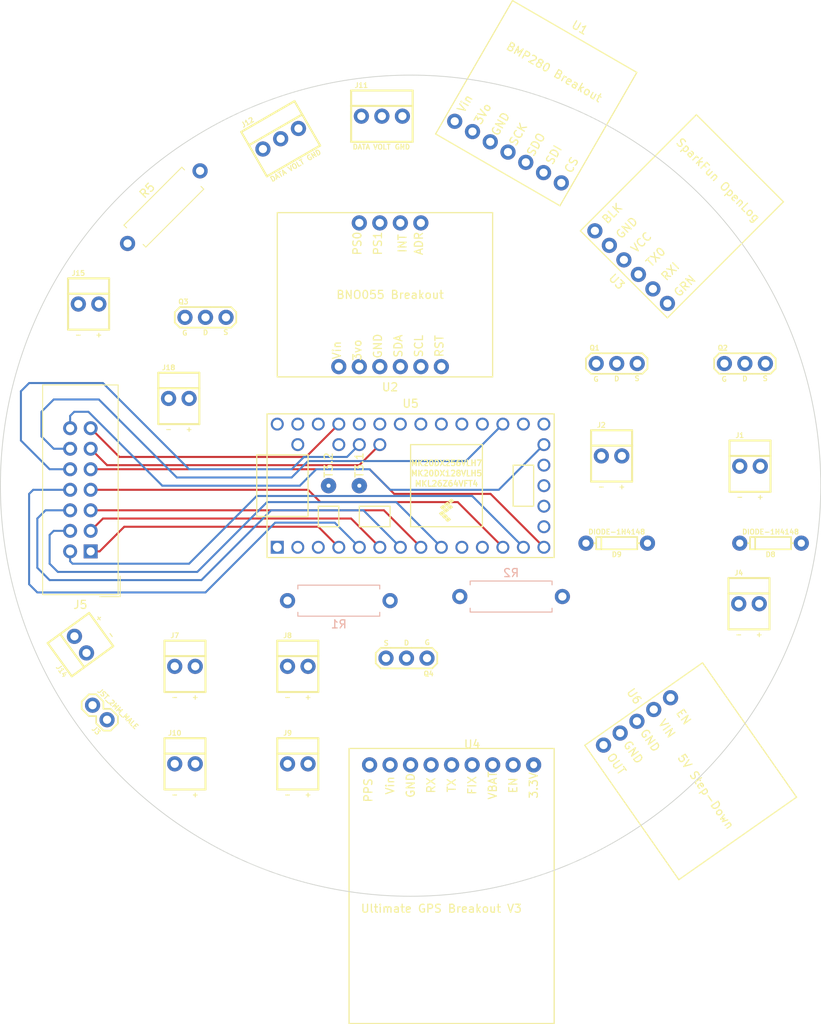
<source format=kicad_pcb>
(kicad_pcb (version 20171130) (host pcbnew "(5.0.2)-1")

  (general
    (thickness 1.6)
    (drawings 1)
    (tracks 85)
    (zones 0)
    (modules 29)
    (nets 61)
  )

  (page A4)
  (layers
    (0 F.Cu signal)
    (31 B.Cu signal)
    (32 B.Adhes user)
    (33 F.Adhes user)
    (34 B.Paste user)
    (35 F.Paste user)
    (36 B.SilkS user)
    (37 F.SilkS user)
    (38 B.Mask user)
    (39 F.Mask user)
    (40 Dwgs.User user)
    (41 Cmts.User user)
    (42 Eco1.User user)
    (43 Eco2.User user)
    (44 Edge.Cuts user)
    (45 Margin user)
    (46 B.CrtYd user)
    (47 F.CrtYd user)
    (48 B.Fab user)
    (49 F.Fab user)
  )

  (setup
    (last_trace_width 0.25)
    (trace_clearance 0.2)
    (zone_clearance 0.508)
    (zone_45_only no)
    (trace_min 0.2)
    (segment_width 0.2)
    (edge_width 0.1)
    (via_size 0.8)
    (via_drill 0.4)
    (via_min_size 0.4)
    (via_min_drill 0.3)
    (uvia_size 0.3)
    (uvia_drill 0.1)
    (uvias_allowed no)
    (uvia_min_size 0.2)
    (uvia_min_drill 0.1)
    (pcb_text_width 0.3)
    (pcb_text_size 1.5 1.5)
    (mod_edge_width 0.15)
    (mod_text_size 1 1)
    (mod_text_width 0.15)
    (pad_size 1.5 1.5)
    (pad_drill 0.6)
    (pad_to_mask_clearance 0)
    (solder_mask_min_width 0.25)
    (aux_axis_origin 0 0)
    (visible_elements 7FFFFFFF)
    (pcbplotparams
      (layerselection 0x010fc_ffffffff)
      (usegerberextensions false)
      (usegerberattributes false)
      (usegerberadvancedattributes false)
      (creategerberjobfile false)
      (excludeedgelayer true)
      (linewidth 0.100000)
      (plotframeref false)
      (viasonmask false)
      (mode 1)
      (useauxorigin false)
      (hpglpennumber 1)
      (hpglpenspeed 20)
      (hpglpendiameter 15.000000)
      (psnegative false)
      (psa4output false)
      (plotreference true)
      (plotvalue true)
      (plotinvisibletext false)
      (padsonsilk false)
      (subtractmaskfromsilk false)
      (outputformat 1)
      (mirror false)
      (drillshape 1)
      (scaleselection 1)
      (outputdirectory ""))
  )

  (net 0 "")
  (net 1 +7.5V)
  (net 2 "Net-(D8-PadA)")
  (net 3 "Net-(D9-PadA)")
  (net 4 GND)
  (net 5 "Net-(J14-Pad1)")
  (net 6 "Net-(J4-Pad2)")
  (net 7 "Net-(J10-Pad2)")
  (net 8 "Net-(J10-Pad1)")
  (net 9 +5V)
  (net 10 /EEP_BTN)
  (net 11 "Net-(J18-Pad2)")
  (net 12 /SOLP_DTA)
  (net 13 /SOLC_DTA)
  (net 14 /BZZ_DTA)
  (net 15 /LEDS_DTA)
  (net 16 +3V3)
  (net 17 /FIX_LED)
  (net 18 "Net-(U1-Pad7)")
  (net 19 /I2C_SDA)
  (net 20 "Net-(U1-Pad5)")
  (net 21 /I2C_SCL)
  (net 22 "Net-(U1-Pad2)")
  (net 23 "Net-(U2-Pad2)")
  (net 24 "Net-(U2-Pad6)")
  (net 25 "Net-(U3-Pad1)")
  (net 26 "Net-(JP1-Pad1)")
  (net 27 "Net-(JP2-Pad1)")
  (net 28 "Net-(U3-Pad6)")
  (net 29 "Net-(U4-Pad9)")
  (net 30 /GPS_RX)
  (net 31 /GPS_TX)
  (net 32 "Net-(U4-Pad3)")
  (net 33 "Net-(U4-Pad2)")
  (net 34 "Net-(U4-Pad1)")
  (net 35 "Net-(U5-Pad17)")
  (net 36 "Net-(U5-Pad18)")
  (net 37 "Net-(U5-Pad16)")
  (net 38 "Net-(U5-Pad15)")
  (net 39 /SRVO_L)
  (net 40 /SRVO_R)
  (net 41 "Net-(U5-Pad32)")
  (net 42 "Net-(U5-Pad34)")
  (net 43 "Net-(U5-Pad35)")
  (net 44 /SD_TX)
  (net 45 /SD_RX)
  (net 46 "Net-(U6-Pad1)")
  (net 47 /PIN_2)
  (net 48 /PIN_3)
  (net 49 /PIN_4)
  (net 50 /PIN_5)
  (net 51 /PIN_6)
  (net 52 /PIN_7)
  (net 53 /PIN_10)
  (net 54 /PIN_11)
  (net 55 /PIN_12)
  (net 56 /PIN_15)
  (net 57 /PIN_23)
  (net 58 /PIN_A14)
  (net 59 /PIN_A11)
  (net 60 /PIN_A10)

  (net_class Default "This is the default net class."
    (clearance 0.2)
    (trace_width 0.25)
    (via_dia 0.8)
    (via_drill 0.4)
    (uvia_dia 0.3)
    (uvia_drill 0.1)
    (add_net +3V3)
    (add_net +5V)
    (add_net +7.5V)
    (add_net /BZZ_DTA)
    (add_net /EEP_BTN)
    (add_net /FIX_LED)
    (add_net /GPS_RX)
    (add_net /GPS_TX)
    (add_net /I2C_SCL)
    (add_net /I2C_SDA)
    (add_net /LEDS_DTA)
    (add_net /PIN_10)
    (add_net /PIN_11)
    (add_net /PIN_12)
    (add_net /PIN_15)
    (add_net /PIN_2)
    (add_net /PIN_23)
    (add_net /PIN_3)
    (add_net /PIN_4)
    (add_net /PIN_5)
    (add_net /PIN_6)
    (add_net /PIN_7)
    (add_net /PIN_A10)
    (add_net /PIN_A11)
    (add_net /PIN_A14)
    (add_net /SD_RX)
    (add_net /SD_TX)
    (add_net /SOLC_DTA)
    (add_net /SOLP_DTA)
    (add_net /SRVO_L)
    (add_net /SRVO_R)
    (add_net GND)
    (add_net "Net-(D8-PadA)")
    (add_net "Net-(D9-PadA)")
    (add_net "Net-(J10-Pad1)")
    (add_net "Net-(J10-Pad2)")
    (add_net "Net-(J14-Pad1)")
    (add_net "Net-(J18-Pad2)")
    (add_net "Net-(J4-Pad2)")
    (add_net "Net-(JP1-Pad1)")
    (add_net "Net-(JP2-Pad1)")
    (add_net "Net-(U1-Pad2)")
    (add_net "Net-(U1-Pad5)")
    (add_net "Net-(U1-Pad7)")
    (add_net "Net-(U2-Pad2)")
    (add_net "Net-(U2-Pad6)")
    (add_net "Net-(U3-Pad1)")
    (add_net "Net-(U3-Pad6)")
    (add_net "Net-(U4-Pad1)")
    (add_net "Net-(U4-Pad2)")
    (add_net "Net-(U4-Pad3)")
    (add_net "Net-(U4-Pad9)")
    (add_net "Net-(U5-Pad15)")
    (add_net "Net-(U5-Pad16)")
    (add_net "Net-(U5-Pad17)")
    (add_net "Net-(U5-Pad18)")
    (add_net "Net-(U5-Pad32)")
    (add_net "Net-(U5-Pad34)")
    (add_net "Net-(U5-Pad35)")
    (add_net "Net-(U6-Pad1)")
  )

  (module Silicon-Custom:DIODE-1N4148 (layer F.Cu) (tedit 200000) (tstamp 5DAD516A)
    (at 184.277 96.012 180)
    (path /5C55625B)
    (attr virtual)
    (fp_text reference D8 (at 0 -1.397 180) (layer F.SilkS)
      (effects (font (size 0.6096 0.6096) (thickness 0.127)))
    )
    (fp_text value DIODE-1N4148 (at 0 1.397 180) (layer F.SilkS)
      (effects (font (size 0.6096 0.6096) (thickness 0.127)))
    )
    (fp_line (start 1.905 -0.635) (end 1.905 0.635) (layer F.SilkS) (width 0.2032))
    (fp_line (start -2.54 0) (end -2.794 0) (layer F.SilkS) (width 0.2032))
    (fp_line (start 2.54 0) (end 2.794 0) (layer F.SilkS) (width 0.2032))
    (fp_line (start -2.54 0) (end -2.54 -0.762) (layer F.SilkS) (width 0.2032))
    (fp_line (start -2.54 0.762) (end -2.54 0) (layer F.SilkS) (width 0.2032))
    (fp_line (start 2.54 0.762) (end -2.54 0.762) (layer F.SilkS) (width 0.2032))
    (fp_line (start 2.54 0) (end 2.54 0.762) (layer F.SilkS) (width 0.2032))
    (fp_line (start 2.54 -0.762) (end 2.54 0) (layer F.SilkS) (width 0.2032))
    (fp_line (start -2.54 -0.762) (end 2.54 -0.762) (layer F.SilkS) (width 0.2032))
    (pad C thru_hole circle (at 3.81 0 180) (size 1.8796 1.8796) (drill 0.89916) (layers *.Cu *.Mask)
      (net 1 +7.5V) (solder_mask_margin 0.1016))
    (pad A thru_hole circle (at -3.81 0 180) (size 1.8796 1.8796) (drill 0.89916) (layers *.Cu *.Mask)
      (net 2 "Net-(D8-PadA)") (solder_mask_margin 0.1016))
  )

  (module Silicon-Custom:DIODE-1N4148 (layer F.Cu) (tedit 200000) (tstamp 5DAD5179)
    (at 165.227 96.012 180)
    (path /5C415339)
    (attr virtual)
    (fp_text reference D9 (at 0 -1.397 180) (layer F.SilkS)
      (effects (font (size 0.6096 0.6096) (thickness 0.127)))
    )
    (fp_text value DIODE-1N4148 (at 0 1.397 180) (layer F.SilkS)
      (effects (font (size 0.6096 0.6096) (thickness 0.127)))
    )
    (fp_line (start -2.54 -0.762) (end 2.54 -0.762) (layer F.SilkS) (width 0.2032))
    (fp_line (start 2.54 -0.762) (end 2.54 0) (layer F.SilkS) (width 0.2032))
    (fp_line (start 2.54 0) (end 2.54 0.762) (layer F.SilkS) (width 0.2032))
    (fp_line (start 2.54 0.762) (end -2.54 0.762) (layer F.SilkS) (width 0.2032))
    (fp_line (start -2.54 0.762) (end -2.54 0) (layer F.SilkS) (width 0.2032))
    (fp_line (start -2.54 0) (end -2.54 -0.762) (layer F.SilkS) (width 0.2032))
    (fp_line (start 2.54 0) (end 2.794 0) (layer F.SilkS) (width 0.2032))
    (fp_line (start -2.54 0) (end -2.794 0) (layer F.SilkS) (width 0.2032))
    (fp_line (start 1.905 -0.635) (end 1.905 0.635) (layer F.SilkS) (width 0.2032))
    (pad A thru_hole circle (at -3.81 0 180) (size 1.8796 1.8796) (drill 0.89916) (layers *.Cu *.Mask)
      (net 3 "Net-(D9-PadA)") (solder_mask_margin 0.1016))
    (pad C thru_hole circle (at 3.81 0 180) (size 1.8796 1.8796) (drill 0.89916) (layers *.Cu *.Mask)
      (net 1 +7.5V) (solder_mask_margin 0.1016))
  )

  (module RAPTOR_footprints:Molex-2pin (layer F.Cu) (tedit 5C77634A) (tstamp 5DAD518A)
    (at 180.467 87.122)
    (descr "PLATED THROUGH HOLE")
    (tags "PLATED THROUGH HOLE")
    (path /5C556263)
    (attr virtual)
    (fp_text reference J1 (at 0 -4.445) (layer F.SilkS)
      (effects (font (size 0.6096 0.6096) (thickness 0.127)))
    )
    (fp_text value SOLC_CONN (at 3.3782 -1.905) (layer F.Fab)
      (effects (font (size 0.6096 0.6096) (thickness 0.127)))
    )
    (fp_line (start -1.27 -1.905) (end 3.81 -1.905) (layer F.SilkS) (width 0.254))
    (fp_line (start 3.81 -1.905) (end 3.81 2.54) (layer F.SilkS) (width 0.254))
    (fp_line (start -1.27 2.54) (end -1.27 -1.905) (layer F.SilkS) (width 0.254))
    (fp_line (start -1.27 -1.905) (end -1.27 -3.81) (layer F.SilkS) (width 0.254))
    (fp_line (start 3.81 -3.81) (end 3.81 -1.905) (layer F.SilkS) (width 0.254))
    (fp_line (start 3.81 2.54) (end -1.27 2.54) (layer F.SilkS) (width 0.254))
    (fp_line (start -1.27 -3.81) (end 3.81 -3.81) (layer F.SilkS) (width 0.254))
    (fp_text user + (at 2.54 3.175) (layer F.SilkS)
      (effects (font (size 0.6096 0.6096) (thickness 0.127)))
    )
    (fp_text user - (at 0 3.175) (layer F.SilkS)
      (effects (font (size 0.6096 0.6096) (thickness 0.127)))
    )
    (fp_line (start 3.81 -0.635) (end 3.81 0.635) (layer F.SilkS) (width 0.2032))
    (fp_line (start -1.27 -0.635) (end -1.27 0.635) (layer F.SilkS) (width 0.2032))
    (pad 2 thru_hole circle (at 2.54 -0.635) (size 1.8796 1.8796) (drill 1.016) (layers *.Cu *.Mask)
      (net 2 "Net-(D8-PadA)") (solder_mask_margin 0.1016))
    (pad 1 thru_hole circle (at 0 -0.635) (size 1.8796 1.8796) (drill 1.016) (layers *.Cu *.Mask)
      (net 1 +7.5V) (solder_mask_margin 0.1016))
  )

  (module RAPTOR_footprints:Molex-2pin (layer F.Cu) (tedit 5C77634A) (tstamp 5DAD519B)
    (at 163.322 85.852)
    (descr "PLATED THROUGH HOLE")
    (tags "PLATED THROUGH HOLE")
    (path /5C4D5A1A)
    (attr virtual)
    (fp_text reference J2 (at 0 -4.445) (layer F.SilkS)
      (effects (font (size 0.6096 0.6096) (thickness 0.127)))
    )
    (fp_text value SOLP_CONN (at 3.3782 -1.905) (layer F.Fab)
      (effects (font (size 0.6096 0.6096) (thickness 0.127)))
    )
    (fp_line (start -1.27 -0.635) (end -1.27 0.635) (layer F.SilkS) (width 0.2032))
    (fp_line (start 3.81 -0.635) (end 3.81 0.635) (layer F.SilkS) (width 0.2032))
    (fp_text user - (at 0 3.175) (layer F.SilkS)
      (effects (font (size 0.6096 0.6096) (thickness 0.127)))
    )
    (fp_text user + (at 2.54 3.175) (layer F.SilkS)
      (effects (font (size 0.6096 0.6096) (thickness 0.127)))
    )
    (fp_line (start -1.27 -3.81) (end 3.81 -3.81) (layer F.SilkS) (width 0.254))
    (fp_line (start 3.81 2.54) (end -1.27 2.54) (layer F.SilkS) (width 0.254))
    (fp_line (start 3.81 -3.81) (end 3.81 -1.905) (layer F.SilkS) (width 0.254))
    (fp_line (start -1.27 -1.905) (end -1.27 -3.81) (layer F.SilkS) (width 0.254))
    (fp_line (start -1.27 2.54) (end -1.27 -1.905) (layer F.SilkS) (width 0.254))
    (fp_line (start 3.81 -1.905) (end 3.81 2.54) (layer F.SilkS) (width 0.254))
    (fp_line (start -1.27 -1.905) (end 3.81 -1.905) (layer F.SilkS) (width 0.254))
    (pad 1 thru_hole circle (at 0 -0.635) (size 1.8796 1.8796) (drill 1.016) (layers *.Cu *.Mask)
      (net 1 +7.5V) (solder_mask_margin 0.1016))
    (pad 2 thru_hole circle (at 2.54 -0.635) (size 1.8796 1.8796) (drill 1.016) (layers *.Cu *.Mask)
      (net 3 "Net-(D9-PadA)") (solder_mask_margin 0.1016))
  )

  (module RAPTOR_footprints:2_Pin_Connector (layer F.Cu) (tedit 5D8677E4) (tstamp 5DAD51AF)
    (at 102.108 117.856 135)
    (descr "PLATED THROUGH HOLE")
    (tags "PLATED THROUGH HOLE")
    (path /5C3E91F1)
    (attr virtual)
    (fp_text reference J3 (at 0 -1.905 135) (layer F.SilkS)
      (effects (font (size 0.6096 0.6096) (thickness 0.127)))
    )
    (fp_text value JST_2MM_MALE (at 0 1.905 135) (layer F.SilkS)
      (effects (font (size 0.6096 0.6096) (thickness 0.127)))
    )
    (fp_line (start -0.635 -1.27) (end 0.635 -1.27) (layer F.SilkS) (width 0.2032))
    (fp_line (start 0.635 -1.27) (end 1.27 -0.635) (layer F.SilkS) (width 0.2032))
    (fp_line (start 1.27 0.635) (end 0.635 1.27) (layer F.SilkS) (width 0.2032))
    (fp_line (start 1.27 -0.635) (end 1.905 -1.27) (layer F.SilkS) (width 0.2032))
    (fp_line (start 1.905 -1.27) (end 3.175 -1.27) (layer F.SilkS) (width 0.2032))
    (fp_line (start 3.175 -1.27) (end 3.81 -0.635) (layer F.SilkS) (width 0.2032))
    (fp_line (start 3.81 0.635) (end 3.175 1.27) (layer F.SilkS) (width 0.2032))
    (fp_line (start 3.175 1.27) (end 1.905 1.27) (layer F.SilkS) (width 0.2032))
    (fp_line (start 1.905 1.27) (end 1.27 0.635) (layer F.SilkS) (width 0.2032))
    (fp_line (start -1.27 -0.635) (end -1.27 0.635) (layer F.SilkS) (width 0.2032))
    (fp_line (start -0.635 -1.27) (end -1.27 -0.635) (layer F.SilkS) (width 0.2032))
    (fp_line (start -1.27 0.635) (end -0.635 1.27) (layer F.SilkS) (width 0.2032))
    (fp_line (start 0.635 1.27) (end -0.635 1.27) (layer F.SilkS) (width 0.2032))
    (fp_line (start 3.81 -0.635) (end 3.81 0.635) (layer F.SilkS) (width 0.2032))
    (pad 1 thru_hole circle (at 0 0 135) (size 1.8796 1.8796) (drill 1.016) (layers *.Cu *.Mask)
      (net 4 GND) (solder_mask_margin 0.1016))
    (pad 2 thru_hole circle (at 2.54 0 135) (size 1.8796 1.8796) (drill 1.016) (layers *.Cu *.Mask)
      (net 5 "Net-(J14-Pad1)") (solder_mask_margin 0.1016))
  )

  (module RAPTOR_footprints:Molex-2pin (layer F.Cu) (tedit 5C77634A) (tstamp 5DAD51C0)
    (at 180.34 104.14)
    (descr "PLATED THROUGH HOLE")
    (tags "PLATED THROUGH HOLE")
    (path /5C5736A6)
    (attr virtual)
    (fp_text reference J4 (at 0 -4.445) (layer F.SilkS)
      (effects (font (size 0.6096 0.6096) (thickness 0.127)))
    )
    (fp_text value CONN_LED_FIX (at 3.3782 -1.905) (layer F.Fab)
      (effects (font (size 0.6096 0.6096) (thickness 0.127)))
    )
    (fp_line (start -1.27 -0.635) (end -1.27 0.635) (layer F.SilkS) (width 0.2032))
    (fp_line (start 3.81 -0.635) (end 3.81 0.635) (layer F.SilkS) (width 0.2032))
    (fp_text user - (at 0 3.175) (layer F.SilkS)
      (effects (font (size 0.6096 0.6096) (thickness 0.127)))
    )
    (fp_text user + (at 2.54 3.175) (layer F.SilkS)
      (effects (font (size 0.6096 0.6096) (thickness 0.127)))
    )
    (fp_line (start -1.27 -3.81) (end 3.81 -3.81) (layer F.SilkS) (width 0.254))
    (fp_line (start 3.81 2.54) (end -1.27 2.54) (layer F.SilkS) (width 0.254))
    (fp_line (start 3.81 -3.81) (end 3.81 -1.905) (layer F.SilkS) (width 0.254))
    (fp_line (start -1.27 -1.905) (end -1.27 -3.81) (layer F.SilkS) (width 0.254))
    (fp_line (start -1.27 2.54) (end -1.27 -1.905) (layer F.SilkS) (width 0.254))
    (fp_line (start 3.81 -1.905) (end 3.81 2.54) (layer F.SilkS) (width 0.254))
    (fp_line (start -1.27 -1.905) (end 3.81 -1.905) (layer F.SilkS) (width 0.254))
    (pad 1 thru_hole circle (at 0 -0.635) (size 1.8796 1.8796) (drill 1.016) (layers *.Cu *.Mask)
      (net 4 GND) (solder_mask_margin 0.1016))
    (pad 2 thru_hole circle (at 2.54 -0.635) (size 1.8796 1.8796) (drill 1.016) (layers *.Cu *.Mask)
      (net 6 "Net-(J4-Pad2)") (solder_mask_margin 0.1016))
  )

  (module RAPTOR_footprints:Molex-2pin (layer F.Cu) (tedit 5C77634A) (tstamp 5DAD51D1)
    (at 110.49 111.887)
    (descr "PLATED THROUGH HOLE")
    (tags "PLATED THROUGH HOLE")
    (path /5C5688B4)
    (attr virtual)
    (fp_text reference J7 (at 0 -4.445) (layer F.SilkS)
      (effects (font (size 0.6096 0.6096) (thickness 0.127)))
    )
    (fp_text value EXT_LED0 (at 3.3782 -1.905) (layer F.Fab)
      (effects (font (size 0.6096 0.6096) (thickness 0.127)))
    )
    (fp_line (start -1.27 -0.635) (end -1.27 0.635) (layer F.SilkS) (width 0.2032))
    (fp_line (start 3.81 -0.635) (end 3.81 0.635) (layer F.SilkS) (width 0.2032))
    (fp_text user - (at 0 3.175) (layer F.SilkS)
      (effects (font (size 0.6096 0.6096) (thickness 0.127)))
    )
    (fp_text user + (at 2.54 3.175) (layer F.SilkS)
      (effects (font (size 0.6096 0.6096) (thickness 0.127)))
    )
    (fp_line (start -1.27 -3.81) (end 3.81 -3.81) (layer F.SilkS) (width 0.254))
    (fp_line (start 3.81 2.54) (end -1.27 2.54) (layer F.SilkS) (width 0.254))
    (fp_line (start 3.81 -3.81) (end 3.81 -1.905) (layer F.SilkS) (width 0.254))
    (fp_line (start -1.27 -1.905) (end -1.27 -3.81) (layer F.SilkS) (width 0.254))
    (fp_line (start -1.27 2.54) (end -1.27 -1.905) (layer F.SilkS) (width 0.254))
    (fp_line (start 3.81 -1.905) (end 3.81 2.54) (layer F.SilkS) (width 0.254))
    (fp_line (start -1.27 -1.905) (end 3.81 -1.905) (layer F.SilkS) (width 0.254))
    (pad 1 thru_hole circle (at 0 -0.635) (size 1.8796 1.8796) (drill 1.016) (layers *.Cu *.Mask)
      (net 7 "Net-(J10-Pad2)") (solder_mask_margin 0.1016))
    (pad 2 thru_hole circle (at 2.54 -0.635) (size 1.8796 1.8796) (drill 1.016) (layers *.Cu *.Mask)
      (net 8 "Net-(J10-Pad1)") (solder_mask_margin 0.1016))
  )

  (module RAPTOR_footprints:Molex-2pin (layer F.Cu) (tedit 5C77634A) (tstamp 5DAD51E2)
    (at 124.46 111.887)
    (descr "PLATED THROUGH HOLE")
    (tags "PLATED THROUGH HOLE")
    (path /5C557DC0)
    (attr virtual)
    (fp_text reference J8 (at 0 -4.445) (layer F.SilkS)
      (effects (font (size 0.6096 0.6096) (thickness 0.127)))
    )
    (fp_text value EXT_LED1 (at 3.3782 -1.905) (layer F.Fab)
      (effects (font (size 0.6096 0.6096) (thickness 0.127)))
    )
    (fp_line (start -1.27 -1.905) (end 3.81 -1.905) (layer F.SilkS) (width 0.254))
    (fp_line (start 3.81 -1.905) (end 3.81 2.54) (layer F.SilkS) (width 0.254))
    (fp_line (start -1.27 2.54) (end -1.27 -1.905) (layer F.SilkS) (width 0.254))
    (fp_line (start -1.27 -1.905) (end -1.27 -3.81) (layer F.SilkS) (width 0.254))
    (fp_line (start 3.81 -3.81) (end 3.81 -1.905) (layer F.SilkS) (width 0.254))
    (fp_line (start 3.81 2.54) (end -1.27 2.54) (layer F.SilkS) (width 0.254))
    (fp_line (start -1.27 -3.81) (end 3.81 -3.81) (layer F.SilkS) (width 0.254))
    (fp_text user + (at 2.54 3.175) (layer F.SilkS)
      (effects (font (size 0.6096 0.6096) (thickness 0.127)))
    )
    (fp_text user - (at 0 3.175) (layer F.SilkS)
      (effects (font (size 0.6096 0.6096) (thickness 0.127)))
    )
    (fp_line (start 3.81 -0.635) (end 3.81 0.635) (layer F.SilkS) (width 0.2032))
    (fp_line (start -1.27 -0.635) (end -1.27 0.635) (layer F.SilkS) (width 0.2032))
    (pad 2 thru_hole circle (at 2.54 -0.635) (size 1.8796 1.8796) (drill 1.016) (layers *.Cu *.Mask)
      (net 8 "Net-(J10-Pad1)") (solder_mask_margin 0.1016))
    (pad 1 thru_hole circle (at 0 -0.635) (size 1.8796 1.8796) (drill 1.016) (layers *.Cu *.Mask)
      (net 7 "Net-(J10-Pad2)") (solder_mask_margin 0.1016))
  )

  (module RAPTOR_footprints:Molex-2pin (layer F.Cu) (tedit 5C77634A) (tstamp 5DAD51F3)
    (at 124.46 123.952)
    (descr "PLATED THROUGH HOLE")
    (tags "PLATED THROUGH HOLE")
    (path /5C54F806)
    (attr virtual)
    (fp_text reference J9 (at 0 -4.445) (layer F.SilkS)
      (effects (font (size 0.6096 0.6096) (thickness 0.127)))
    )
    (fp_text value EXT_LED2 (at 3.3782 -1.905) (layer F.Fab)
      (effects (font (size 0.6096 0.6096) (thickness 0.127)))
    )
    (fp_line (start -1.27 -0.635) (end -1.27 0.635) (layer F.SilkS) (width 0.2032))
    (fp_line (start 3.81 -0.635) (end 3.81 0.635) (layer F.SilkS) (width 0.2032))
    (fp_text user - (at 0 3.175) (layer F.SilkS)
      (effects (font (size 0.6096 0.6096) (thickness 0.127)))
    )
    (fp_text user + (at 2.54 3.175) (layer F.SilkS)
      (effects (font (size 0.6096 0.6096) (thickness 0.127)))
    )
    (fp_line (start -1.27 -3.81) (end 3.81 -3.81) (layer F.SilkS) (width 0.254))
    (fp_line (start 3.81 2.54) (end -1.27 2.54) (layer F.SilkS) (width 0.254))
    (fp_line (start 3.81 -3.81) (end 3.81 -1.905) (layer F.SilkS) (width 0.254))
    (fp_line (start -1.27 -1.905) (end -1.27 -3.81) (layer F.SilkS) (width 0.254))
    (fp_line (start -1.27 2.54) (end -1.27 -1.905) (layer F.SilkS) (width 0.254))
    (fp_line (start 3.81 -1.905) (end 3.81 2.54) (layer F.SilkS) (width 0.254))
    (fp_line (start -1.27 -1.905) (end 3.81 -1.905) (layer F.SilkS) (width 0.254))
    (pad 1 thru_hole circle (at 0 -0.635) (size 1.8796 1.8796) (drill 1.016) (layers *.Cu *.Mask)
      (net 8 "Net-(J10-Pad1)") (solder_mask_margin 0.1016))
    (pad 2 thru_hole circle (at 2.54 -0.635) (size 1.8796 1.8796) (drill 1.016) (layers *.Cu *.Mask)
      (net 7 "Net-(J10-Pad2)") (solder_mask_margin 0.1016))
  )

  (module RAPTOR_footprints:Molex-2pin (layer F.Cu) (tedit 5C77634A) (tstamp 5DAD5204)
    (at 110.49 123.952)
    (descr "PLATED THROUGH HOLE")
    (tags "PLATED THROUGH HOLE")
    (path /5C53EBAE)
    (attr virtual)
    (fp_text reference J10 (at 0 -4.445) (layer F.SilkS)
      (effects (font (size 0.6096 0.6096) (thickness 0.127)))
    )
    (fp_text value EXT_LED3 (at 3.3782 -1.905) (layer F.Fab)
      (effects (font (size 0.6096 0.6096) (thickness 0.127)))
    )
    (fp_line (start -1.27 -1.905) (end 3.81 -1.905) (layer F.SilkS) (width 0.254))
    (fp_line (start 3.81 -1.905) (end 3.81 2.54) (layer F.SilkS) (width 0.254))
    (fp_line (start -1.27 2.54) (end -1.27 -1.905) (layer F.SilkS) (width 0.254))
    (fp_line (start -1.27 -1.905) (end -1.27 -3.81) (layer F.SilkS) (width 0.254))
    (fp_line (start 3.81 -3.81) (end 3.81 -1.905) (layer F.SilkS) (width 0.254))
    (fp_line (start 3.81 2.54) (end -1.27 2.54) (layer F.SilkS) (width 0.254))
    (fp_line (start -1.27 -3.81) (end 3.81 -3.81) (layer F.SilkS) (width 0.254))
    (fp_text user + (at 2.54 3.175) (layer F.SilkS)
      (effects (font (size 0.6096 0.6096) (thickness 0.127)))
    )
    (fp_text user - (at 0 3.175) (layer F.SilkS)
      (effects (font (size 0.6096 0.6096) (thickness 0.127)))
    )
    (fp_line (start 3.81 -0.635) (end 3.81 0.635) (layer F.SilkS) (width 0.2032))
    (fp_line (start -1.27 -0.635) (end -1.27 0.635) (layer F.SilkS) (width 0.2032))
    (pad 2 thru_hole circle (at 2.54 -0.635) (size 1.8796 1.8796) (drill 1.016) (layers *.Cu *.Mask)
      (net 7 "Net-(J10-Pad2)") (solder_mask_margin 0.1016))
    (pad 1 thru_hole circle (at 0 -0.635) (size 1.8796 1.8796) (drill 1.016) (layers *.Cu *.Mask)
      (net 8 "Net-(J10-Pad1)") (solder_mask_margin 0.1016))
  )

  (module RAPTOR_footprints:Molex-MOTOR (layer F.Cu) (tedit 5C776382) (tstamp 5DAD5226)
    (at 133.604 43.18)
    (descr "PLATED THROUGH HOLE - 3 PIN")
    (tags "PLATED THROUGH HOLE - 3 PIN")
    (path /5C6B1587)
    (attr virtual)
    (fp_text reference J11 (at 0 -3.81) (layer F.SilkS)
      (effects (font (size 0.6096 0.6096) (thickness 0.127)))
    )
    (fp_text value SRVOL_CONN (at 4.445 -1.905) (layer F.Fab)
      (effects (font (size 0.6096 0.6096) (thickness 0.127)))
    )
    (fp_line (start -1.27 -1.27) (end 6.35 -1.27) (layer F.SilkS) (width 0.254))
    (fp_line (start 6.35 -1.27) (end 6.35 3.175) (layer F.SilkS) (width 0.254))
    (fp_line (start -1.27 3.175) (end -1.27 -1.27) (layer F.SilkS) (width 0.254))
    (fp_line (start -1.27 -1.27) (end -1.27 -3.175) (layer F.SilkS) (width 0.254))
    (fp_line (start 6.35 -3.175) (end 6.35 -1.27) (layer F.SilkS) (width 0.254))
    (fp_line (start 6.35 3.175) (end -1.27 3.175) (layer F.SilkS) (width 0.254))
    (fp_line (start -1.27 -3.175) (end 6.35 -3.175) (layer F.SilkS) (width 0.254))
    (fp_text user GND (at 5.08 3.81) (layer F.SilkS)
      (effects (font (size 0.6096 0.6096) (thickness 0.127)))
    )
    (fp_text user VOLT (at 2.54 3.81) (layer F.SilkS)
      (effects (font (size 0.6096 0.6096) (thickness 0.127)))
    )
    (fp_text user DATA (at 0 3.81) (layer F.SilkS)
      (effects (font (size 0.6096 0.6096) (thickness 0.127)))
    )
    (fp_line (start 6.35 -0.635) (end 6.35 0.635) (layer F.SilkS) (width 0.2032))
    (fp_line (start -1.27 -0.635) (end -1.27 0.635) (layer F.SilkS) (width 0.2032))
    (fp_line (start 1.905 -1.27) (end 3.175 -1.27) (layer F.SilkS) (width 0.2032))
    (fp_line (start -0.635 -1.27) (end 0.635 -1.27) (layer F.SilkS) (width 0.2032))
    (fp_line (start 4.445 -1.27) (end 5.715 -1.27) (layer F.SilkS) (width 0.2032))
    (fp_line (start -0.254 0.254) (end -0.254 -0.254) (layer Dwgs.User) (width 0.06604))
    (fp_line (start -0.254 -0.254) (end 0.254 -0.254) (layer Dwgs.User) (width 0.06604))
    (fp_line (start 0.254 0.254) (end 0.254 -0.254) (layer Dwgs.User) (width 0.06604))
    (fp_line (start -0.254 0.254) (end 0.254 0.254) (layer Dwgs.User) (width 0.06604))
    (fp_line (start 2.286 0.254) (end 2.286 -0.254) (layer Dwgs.User) (width 0.06604))
    (fp_line (start 2.286 -0.254) (end 2.794 -0.254) (layer Dwgs.User) (width 0.06604))
    (fp_line (start 2.794 0.254) (end 2.794 -0.254) (layer Dwgs.User) (width 0.06604))
    (fp_line (start 2.286 0.254) (end 2.794 0.254) (layer Dwgs.User) (width 0.06604))
    (fp_line (start 4.826 0.254) (end 4.826 -0.254) (layer Dwgs.User) (width 0.06604))
    (fp_line (start 4.826 -0.254) (end 5.334 -0.254) (layer Dwgs.User) (width 0.06604))
    (fp_line (start 5.334 0.254) (end 5.334 -0.254) (layer Dwgs.User) (width 0.06604))
    (fp_line (start 4.826 0.254) (end 5.334 0.254) (layer Dwgs.User) (width 0.06604))
    (pad 3 thru_hole circle (at 5.08 0) (size 1.8796 1.8796) (drill 1.016) (layers *.Cu *.Mask)
      (net 4 GND) (solder_mask_margin 0.1016))
    (pad 2 thru_hole circle (at 2.54 0) (size 1.8796 1.8796) (drill 1.016) (layers *.Cu *.Mask)
      (net 9 +5V) (solder_mask_margin 0.1016))
    (pad 1 thru_hole circle (at 0 0) (size 1.8796 1.8796) (drill 1.016) (layers *.Cu *.Mask)
      (net 39 /SRVO_L) (solder_mask_margin 0.1016))
  )

  (module RAPTOR_footprints:Molex-MOTOR (layer F.Cu) (tedit 5C776382) (tstamp 5DAD5248)
    (at 121.412 47.244 30)
    (descr "PLATED THROUGH HOLE - 3 PIN")
    (tags "PLATED THROUGH HOLE - 3 PIN")
    (path /5C6A99EC)
    (attr virtual)
    (fp_text reference J12 (at 0 -3.81 30) (layer F.SilkS)
      (effects (font (size 0.6096 0.6096) (thickness 0.127)))
    )
    (fp_text value SRVOR_CONN (at 4.445 -1.905 30) (layer F.Fab)
      (effects (font (size 0.6096 0.6096) (thickness 0.127)))
    )
    (fp_line (start 4.826 0.254) (end 5.334 0.254) (layer Dwgs.User) (width 0.06604))
    (fp_line (start 5.334 0.254) (end 5.334 -0.254) (layer Dwgs.User) (width 0.06604))
    (fp_line (start 4.826 -0.254) (end 5.334 -0.254) (layer Dwgs.User) (width 0.06604))
    (fp_line (start 4.826 0.254) (end 4.826 -0.254) (layer Dwgs.User) (width 0.06604))
    (fp_line (start 2.286 0.254) (end 2.794 0.254) (layer Dwgs.User) (width 0.06604))
    (fp_line (start 2.794 0.254) (end 2.794 -0.254) (layer Dwgs.User) (width 0.06604))
    (fp_line (start 2.286 -0.254) (end 2.794 -0.254) (layer Dwgs.User) (width 0.06604))
    (fp_line (start 2.286 0.254) (end 2.286 -0.254) (layer Dwgs.User) (width 0.06604))
    (fp_line (start -0.254 0.254) (end 0.254 0.254) (layer Dwgs.User) (width 0.06604))
    (fp_line (start 0.254 0.254) (end 0.254 -0.254) (layer Dwgs.User) (width 0.06604))
    (fp_line (start -0.254 -0.254) (end 0.254 -0.254) (layer Dwgs.User) (width 0.06604))
    (fp_line (start -0.254 0.254) (end -0.254 -0.254) (layer Dwgs.User) (width 0.06604))
    (fp_line (start 4.445 -1.27) (end 5.715 -1.27) (layer F.SilkS) (width 0.2032))
    (fp_line (start -0.635 -1.27) (end 0.635 -1.27) (layer F.SilkS) (width 0.2032))
    (fp_line (start 1.905 -1.27) (end 3.175 -1.27) (layer F.SilkS) (width 0.2032))
    (fp_line (start -1.27 -0.635) (end -1.27 0.635) (layer F.SilkS) (width 0.2032))
    (fp_line (start 6.35 -0.635) (end 6.35 0.635) (layer F.SilkS) (width 0.2032))
    (fp_text user DATA (at 0 3.81 30) (layer F.SilkS)
      (effects (font (size 0.6096 0.6096) (thickness 0.127)))
    )
    (fp_text user VOLT (at 2.54 3.81 30) (layer F.SilkS)
      (effects (font (size 0.6096 0.6096) (thickness 0.127)))
    )
    (fp_text user GND (at 5.08 3.81 30) (layer F.SilkS)
      (effects (font (size 0.6096 0.6096) (thickness 0.127)))
    )
    (fp_line (start -1.27 -3.175) (end 6.35 -3.175) (layer F.SilkS) (width 0.254))
    (fp_line (start 6.35 3.175) (end -1.27 3.175) (layer F.SilkS) (width 0.254))
    (fp_line (start 6.35 -3.175) (end 6.35 -1.27) (layer F.SilkS) (width 0.254))
    (fp_line (start -1.27 -1.27) (end -1.27 -3.175) (layer F.SilkS) (width 0.254))
    (fp_line (start -1.27 3.175) (end -1.27 -1.27) (layer F.SilkS) (width 0.254))
    (fp_line (start 6.35 -1.27) (end 6.35 3.175) (layer F.SilkS) (width 0.254))
    (fp_line (start -1.27 -1.27) (end 6.35 -1.27) (layer F.SilkS) (width 0.254))
    (pad 1 thru_hole circle (at 0 0 30) (size 1.8796 1.8796) (drill 1.016) (layers *.Cu *.Mask)
      (net 40 /SRVO_R) (solder_mask_margin 0.1016))
    (pad 2 thru_hole circle (at 2.54 0 30) (size 1.8796 1.8796) (drill 1.016) (layers *.Cu *.Mask)
      (net 9 +5V) (solder_mask_margin 0.1016))
    (pad 3 thru_hole circle (at 5.08 0 30) (size 1.8796 1.8796) (drill 1.016) (layers *.Cu *.Mask)
      (net 4 GND) (solder_mask_margin 0.1016))
  )

  (module RAPTOR_footprints:Molex-2pin (layer F.Cu) (tedit 5C77634A) (tstamp 5DAD5259)
    (at 100.076 109.22 126)
    (descr "PLATED THROUGH HOLE")
    (tags "PLATED THROUGH HOLE")
    (path /5C79C3FE)
    (attr virtual)
    (fp_text reference J14 (at 0 -4.445 126) (layer F.SilkS)
      (effects (font (size 0.6096 0.6096) (thickness 0.127)))
    )
    (fp_text value RBF_CONN (at 1.27 -3.175 126) (layer F.Fab)
      (effects (font (size 0.6096 0.6096) (thickness 0.127)))
    )
    (fp_line (start -1.27 -1.905) (end 3.81 -1.905) (layer F.SilkS) (width 0.254))
    (fp_line (start 3.81 -1.905) (end 3.81 2.54) (layer F.SilkS) (width 0.254))
    (fp_line (start -1.27 2.54) (end -1.27 -1.905) (layer F.SilkS) (width 0.254))
    (fp_line (start -1.27 -1.905) (end -1.27 -3.81) (layer F.SilkS) (width 0.254))
    (fp_line (start 3.81 -3.81) (end 3.81 -1.905) (layer F.SilkS) (width 0.254))
    (fp_line (start 3.81 2.54) (end -1.27 2.54) (layer F.SilkS) (width 0.254))
    (fp_line (start -1.27 -3.81) (end 3.81 -3.81) (layer F.SilkS) (width 0.254))
    (fp_text user + (at 2.54 3.175 126) (layer F.SilkS)
      (effects (font (size 0.6096 0.6096) (thickness 0.127)))
    )
    (fp_text user - (at 0 3.175 126) (layer F.SilkS)
      (effects (font (size 0.6096 0.6096) (thickness 0.127)))
    )
    (fp_line (start 3.81 -0.635) (end 3.81 0.635) (layer F.SilkS) (width 0.2032))
    (fp_line (start -1.27 -0.635) (end -1.27 0.635) (layer F.SilkS) (width 0.2032))
    (pad 2 thru_hole circle (at 2.54 -0.635 126) (size 1.8796 1.8796) (drill 1.016) (layers *.Cu *.Mask)
      (net 1 +7.5V) (solder_mask_margin 0.1016))
    (pad 1 thru_hole circle (at 0 -0.635 126) (size 1.8796 1.8796) (drill 1.016) (layers *.Cu *.Mask)
      (net 5 "Net-(J14-Pad1)") (solder_mask_margin 0.1016))
  )

  (module RAPTOR_footprints:Molex-2pin (layer F.Cu) (tedit 5C77634A) (tstamp 5DAD526A)
    (at 98.552 67.056)
    (descr "PLATED THROUGH HOLE")
    (tags "PLATED THROUGH HOLE")
    (path /5C767459)
    (attr virtual)
    (fp_text reference J15 (at 0 -4.445) (layer F.SilkS)
      (effects (font (size 0.6096 0.6096) (thickness 0.127)))
    )
    (fp_text value EEP_BTN_CONN (at 2.54 -2.54) (layer F.Fab)
      (effects (font (size 0.6096 0.6096) (thickness 0.127)))
    )
    (fp_line (start -1.27 -1.905) (end 3.81 -1.905) (layer F.SilkS) (width 0.254))
    (fp_line (start 3.81 -1.905) (end 3.81 2.54) (layer F.SilkS) (width 0.254))
    (fp_line (start -1.27 2.54) (end -1.27 -1.905) (layer F.SilkS) (width 0.254))
    (fp_line (start -1.27 -1.905) (end -1.27 -3.81) (layer F.SilkS) (width 0.254))
    (fp_line (start 3.81 -3.81) (end 3.81 -1.905) (layer F.SilkS) (width 0.254))
    (fp_line (start 3.81 2.54) (end -1.27 2.54) (layer F.SilkS) (width 0.254))
    (fp_line (start -1.27 -3.81) (end 3.81 -3.81) (layer F.SilkS) (width 0.254))
    (fp_text user + (at 2.54 3.175) (layer F.SilkS)
      (effects (font (size 0.6096 0.6096) (thickness 0.127)))
    )
    (fp_text user - (at 0 3.175) (layer F.SilkS)
      (effects (font (size 0.6096 0.6096) (thickness 0.127)))
    )
    (fp_line (start 3.81 -0.635) (end 3.81 0.635) (layer F.SilkS) (width 0.2032))
    (fp_line (start -1.27 -0.635) (end -1.27 0.635) (layer F.SilkS) (width 0.2032))
    (pad 2 thru_hole circle (at 2.54 -0.635) (size 1.8796 1.8796) (drill 1.016) (layers *.Cu *.Mask)
      (net 10 /EEP_BTN) (solder_mask_margin 0.1016))
    (pad 1 thru_hole circle (at 0 -0.635) (size 1.8796 1.8796) (drill 1.016) (layers *.Cu *.Mask)
      (net 9 +5V) (solder_mask_margin 0.1016))
  )

  (module RAPTOR_footprints:Molex-2pin (layer F.Cu) (tedit 5C77634A) (tstamp 5DAD527B)
    (at 109.728 78.74)
    (descr "PLATED THROUGH HOLE")
    (tags "PLATED THROUGH HOLE")
    (path /5C4A4245)
    (attr virtual)
    (fp_text reference J18 (at 0 -4.445) (layer F.SilkS)
      (effects (font (size 0.6096 0.6096) (thickness 0.127)))
    )
    (fp_text value CONN_BUZZER (at 3.3782 -1.905) (layer F.Fab)
      (effects (font (size 0.6096 0.6096) (thickness 0.127)))
    )
    (fp_line (start -1.27 -0.635) (end -1.27 0.635) (layer F.SilkS) (width 0.2032))
    (fp_line (start 3.81 -0.635) (end 3.81 0.635) (layer F.SilkS) (width 0.2032))
    (fp_text user - (at 0 3.175) (layer F.SilkS)
      (effects (font (size 0.6096 0.6096) (thickness 0.127)))
    )
    (fp_text user + (at 2.54 3.175) (layer F.SilkS)
      (effects (font (size 0.6096 0.6096) (thickness 0.127)))
    )
    (fp_line (start -1.27 -3.81) (end 3.81 -3.81) (layer F.SilkS) (width 0.254))
    (fp_line (start 3.81 2.54) (end -1.27 2.54) (layer F.SilkS) (width 0.254))
    (fp_line (start 3.81 -3.81) (end 3.81 -1.905) (layer F.SilkS) (width 0.254))
    (fp_line (start -1.27 -1.905) (end -1.27 -3.81) (layer F.SilkS) (width 0.254))
    (fp_line (start -1.27 2.54) (end -1.27 -1.905) (layer F.SilkS) (width 0.254))
    (fp_line (start 3.81 -1.905) (end 3.81 2.54) (layer F.SilkS) (width 0.254))
    (fp_line (start -1.27 -1.905) (end 3.81 -1.905) (layer F.SilkS) (width 0.254))
    (pad 1 thru_hole circle (at 0 -0.635) (size 1.8796 1.8796) (drill 1.016) (layers *.Cu *.Mask)
      (net 9 +5V) (solder_mask_margin 0.1016))
    (pad 2 thru_hole circle (at 2.54 -0.635) (size 1.8796 1.8796) (drill 1.016) (layers *.Cu *.Mask)
      (net 11 "Net-(J18-Pad2)") (solder_mask_margin 0.1016))
  )

  (module RAPTOR_footprints:MOSFET (layer F.Cu) (tedit 5D867728) (tstamp 5DAD52A1)
    (at 162.687 73.787)
    (descr "PLATED THROUGH HOLE - 3 PIN")
    (tags "PLATED THROUGH HOLE - 3 PIN")
    (path /5BE8A581)
    (attr virtual)
    (fp_text reference Q1 (at -0.2032 -1.9304) (layer F.SilkS)
      (effects (font (size 0.6096 0.6096) (thickness 0.127)))
    )
    (fp_text value MOSFET-NCH-STQ2NK60ZR-AP (at 3.8862 -1.905) (layer F.Fab)
      (effects (font (size 0.6096 0.6096) (thickness 0.127)))
    )
    (fp_text user D (at 2.54 1.8796) (layer F.SilkS)
      (effects (font (size 0.6096 0.6096) (thickness 0.127)))
    )
    (fp_text user S (at 5.0546 1.8542) (layer F.SilkS)
      (effects (font (size 0.6096 0.6096) (thickness 0.127)))
    )
    (fp_text user G (at -0.0254 1.9304) (layer F.SilkS)
      (effects (font (size 0.6096 0.6096) (thickness 0.127)))
    )
    (fp_line (start 6.35 -0.635) (end 6.35 0.635) (layer F.SilkS) (width 0.2032))
    (fp_line (start 0.635 1.27) (end -0.635 1.27) (layer F.SilkS) (width 0.2032))
    (fp_line (start -1.27 0.635) (end -0.635 1.27) (layer F.SilkS) (width 0.2032))
    (fp_line (start -0.635 -1.27) (end -1.27 -0.635) (layer F.SilkS) (width 0.2032))
    (fp_line (start -1.27 -0.635) (end -1.27 0.635) (layer F.SilkS) (width 0.2032))
    (fp_line (start 1.905 1.27) (end 0.6096 1.27) (layer F.SilkS) (width 0.2032))
    (fp_line (start 3.175 1.27) (end 1.905 1.27) (layer F.SilkS) (width 0.2032))
    (fp_line (start 4.4958 1.27) (end 3.175 1.27) (layer F.SilkS) (width 0.2032))
    (fp_line (start 3.175 -1.27) (end 4.4704 -1.27) (layer F.SilkS) (width 0.2032))
    (fp_line (start 1.905 -1.27) (end 3.175 -1.27) (layer F.SilkS) (width 0.2032))
    (fp_line (start 0.635 -1.27) (end 1.9304 -1.27) (layer F.SilkS) (width 0.2032))
    (fp_line (start -0.635 -1.27) (end 0.635 -1.27) (layer F.SilkS) (width 0.2032))
    (fp_line (start 5.715 1.27) (end 4.445 1.27) (layer F.SilkS) (width 0.2032))
    (fp_line (start 6.35 0.635) (end 5.715 1.27) (layer F.SilkS) (width 0.2032))
    (fp_line (start 5.715 -1.27) (end 6.35 -0.635) (layer F.SilkS) (width 0.2032))
    (fp_line (start 4.445 -1.27) (end 5.715 -1.27) (layer F.SilkS) (width 0.2032))
    (fp_line (start -0.254 0.254) (end -0.254 -0.254) (layer Dwgs.User) (width 0.06604))
    (fp_line (start -0.254 -0.254) (end 0.254 -0.254) (layer Dwgs.User) (width 0.06604))
    (fp_line (start 0.254 0.254) (end 0.254 -0.254) (layer Dwgs.User) (width 0.06604))
    (fp_line (start -0.254 0.254) (end 0.254 0.254) (layer Dwgs.User) (width 0.06604))
    (fp_line (start 2.286 0.254) (end 2.286 -0.254) (layer Dwgs.User) (width 0.06604))
    (fp_line (start 2.286 -0.254) (end 2.794 -0.254) (layer Dwgs.User) (width 0.06604))
    (fp_line (start 2.794 0.254) (end 2.794 -0.254) (layer Dwgs.User) (width 0.06604))
    (fp_line (start 2.286 0.254) (end 2.794 0.254) (layer Dwgs.User) (width 0.06604))
    (fp_line (start 4.826 0.254) (end 4.826 -0.254) (layer Dwgs.User) (width 0.06604))
    (fp_line (start 4.826 -0.254) (end 5.334 -0.254) (layer Dwgs.User) (width 0.06604))
    (fp_line (start 5.334 0.254) (end 5.334 -0.254) (layer Dwgs.User) (width 0.06604))
    (fp_line (start 4.826 0.254) (end 5.334 0.254) (layer Dwgs.User) (width 0.06604))
    (pad 2 thru_hole circle (at 5.08 0) (size 1.8796 1.8796) (drill 1.016) (layers *.Cu *.Mask)
      (net 4 GND) (solder_mask_margin 0.1016))
    (pad 3 thru_hole circle (at 2.54 0) (size 1.8796 1.8796) (drill 1.016) (layers *.Cu *.Mask)
      (net 3 "Net-(D9-PadA)") (solder_mask_margin 0.1016))
    (pad 1 thru_hole circle (at 0 0) (size 1.8796 1.8796) (drill 1.016) (layers *.Cu *.Mask)
      (net 12 /SOLP_DTA) (solder_mask_margin 0.1016))
  )

  (module RAPTOR_footprints:MOSFET (layer F.Cu) (tedit 5D86771F) (tstamp 5DAD52C7)
    (at 178.562 73.787)
    (descr "PLATED THROUGH HOLE - 3 PIN")
    (tags "PLATED THROUGH HOLE - 3 PIN")
    (path /5C556243)
    (attr virtual)
    (fp_text reference Q2 (at -0.2032 -1.9304) (layer F.SilkS)
      (effects (font (size 0.6096 0.6096) (thickness 0.127)))
    )
    (fp_text value MOSFET-NCH-STQ2NK60ZR-AP (at 3.8862 -1.905) (layer F.Fab)
      (effects (font (size 0.6096 0.6096) (thickness 0.127)))
    )
    (fp_line (start 4.826 0.254) (end 5.334 0.254) (layer Dwgs.User) (width 0.06604))
    (fp_line (start 5.334 0.254) (end 5.334 -0.254) (layer Dwgs.User) (width 0.06604))
    (fp_line (start 4.826 -0.254) (end 5.334 -0.254) (layer Dwgs.User) (width 0.06604))
    (fp_line (start 4.826 0.254) (end 4.826 -0.254) (layer Dwgs.User) (width 0.06604))
    (fp_line (start 2.286 0.254) (end 2.794 0.254) (layer Dwgs.User) (width 0.06604))
    (fp_line (start 2.794 0.254) (end 2.794 -0.254) (layer Dwgs.User) (width 0.06604))
    (fp_line (start 2.286 -0.254) (end 2.794 -0.254) (layer Dwgs.User) (width 0.06604))
    (fp_line (start 2.286 0.254) (end 2.286 -0.254) (layer Dwgs.User) (width 0.06604))
    (fp_line (start -0.254 0.254) (end 0.254 0.254) (layer Dwgs.User) (width 0.06604))
    (fp_line (start 0.254 0.254) (end 0.254 -0.254) (layer Dwgs.User) (width 0.06604))
    (fp_line (start -0.254 -0.254) (end 0.254 -0.254) (layer Dwgs.User) (width 0.06604))
    (fp_line (start -0.254 0.254) (end -0.254 -0.254) (layer Dwgs.User) (width 0.06604))
    (fp_line (start 4.445 -1.27) (end 5.715 -1.27) (layer F.SilkS) (width 0.2032))
    (fp_line (start 5.715 -1.27) (end 6.35 -0.635) (layer F.SilkS) (width 0.2032))
    (fp_line (start 6.35 0.635) (end 5.715 1.27) (layer F.SilkS) (width 0.2032))
    (fp_line (start 5.715 1.27) (end 4.445 1.27) (layer F.SilkS) (width 0.2032))
    (fp_line (start -0.635 -1.27) (end 0.635 -1.27) (layer F.SilkS) (width 0.2032))
    (fp_line (start 0.635 -1.27) (end 1.9304 -1.27) (layer F.SilkS) (width 0.2032))
    (fp_line (start 1.905 -1.27) (end 3.175 -1.27) (layer F.SilkS) (width 0.2032))
    (fp_line (start 3.175 -1.27) (end 4.4704 -1.27) (layer F.SilkS) (width 0.2032))
    (fp_line (start 4.4958 1.27) (end 3.175 1.27) (layer F.SilkS) (width 0.2032))
    (fp_line (start 3.175 1.27) (end 1.905 1.27) (layer F.SilkS) (width 0.2032))
    (fp_line (start 1.905 1.27) (end 0.6096 1.27) (layer F.SilkS) (width 0.2032))
    (fp_line (start -1.27 -0.635) (end -1.27 0.635) (layer F.SilkS) (width 0.2032))
    (fp_line (start -0.635 -1.27) (end -1.27 -0.635) (layer F.SilkS) (width 0.2032))
    (fp_line (start -1.27 0.635) (end -0.635 1.27) (layer F.SilkS) (width 0.2032))
    (fp_line (start 0.635 1.27) (end -0.635 1.27) (layer F.SilkS) (width 0.2032))
    (fp_line (start 6.35 -0.635) (end 6.35 0.635) (layer F.SilkS) (width 0.2032))
    (fp_text user G (at -0.0254 1.9304) (layer F.SilkS)
      (effects (font (size 0.6096 0.6096) (thickness 0.127)))
    )
    (fp_text user S (at 5.0546 1.8542) (layer F.SilkS)
      (effects (font (size 0.6096 0.6096) (thickness 0.127)))
    )
    (fp_text user D (at 2.54 1.8796) (layer F.SilkS)
      (effects (font (size 0.6096 0.6096) (thickness 0.127)))
    )
    (pad 1 thru_hole circle (at 0 0) (size 1.8796 1.8796) (drill 1.016) (layers *.Cu *.Mask)
      (net 13 /SOLC_DTA) (solder_mask_margin 0.1016))
    (pad 3 thru_hole circle (at 2.54 0) (size 1.8796 1.8796) (drill 1.016) (layers *.Cu *.Mask)
      (net 2 "Net-(D8-PadA)") (solder_mask_margin 0.1016))
    (pad 2 thru_hole circle (at 5.08 0) (size 1.8796 1.8796) (drill 1.016) (layers *.Cu *.Mask)
      (net 4 GND) (solder_mask_margin 0.1016))
  )

  (module RAPTOR_footprints:MOSFET (layer F.Cu) (tedit 5D867747) (tstamp 5D867A4A)
    (at 111.76 68.072)
    (descr "PLATED THROUGH HOLE - 3 PIN")
    (tags "PLATED THROUGH HOLE - 3 PIN")
    (path /5BEB292C)
    (attr virtual)
    (fp_text reference Q3 (at -0.2032 -1.9304) (layer F.SilkS)
      (effects (font (size 0.6096 0.6096) (thickness 0.127)))
    )
    (fp_text value MOSFET-NCH-STQ2NK60ZR-AP (at 3.8862 -1.905) (layer F.Fab)
      (effects (font (size 0.6096 0.6096) (thickness 0.127)))
    )
    (fp_line (start 4.826 0.254) (end 5.334 0.254) (layer Dwgs.User) (width 0.06604))
    (fp_line (start 5.334 0.254) (end 5.334 -0.254) (layer Dwgs.User) (width 0.06604))
    (fp_line (start 4.826 -0.254) (end 5.334 -0.254) (layer Dwgs.User) (width 0.06604))
    (fp_line (start 4.826 0.254) (end 4.826 -0.254) (layer Dwgs.User) (width 0.06604))
    (fp_line (start 2.286 0.254) (end 2.794 0.254) (layer Dwgs.User) (width 0.06604))
    (fp_line (start 2.794 0.254) (end 2.794 -0.254) (layer Dwgs.User) (width 0.06604))
    (fp_line (start 2.286 -0.254) (end 2.794 -0.254) (layer Dwgs.User) (width 0.06604))
    (fp_line (start 2.286 0.254) (end 2.286 -0.254) (layer Dwgs.User) (width 0.06604))
    (fp_line (start -0.254 0.254) (end 0.254 0.254) (layer Dwgs.User) (width 0.06604))
    (fp_line (start 0.254 0.254) (end 0.254 -0.254) (layer Dwgs.User) (width 0.06604))
    (fp_line (start -0.254 -0.254) (end 0.254 -0.254) (layer Dwgs.User) (width 0.06604))
    (fp_line (start -0.254 0.254) (end -0.254 -0.254) (layer Dwgs.User) (width 0.06604))
    (fp_line (start 4.445 -1.27) (end 5.715 -1.27) (layer F.SilkS) (width 0.2032))
    (fp_line (start 5.715 -1.27) (end 6.35 -0.635) (layer F.SilkS) (width 0.2032))
    (fp_line (start 6.35 0.635) (end 5.715 1.27) (layer F.SilkS) (width 0.2032))
    (fp_line (start 5.715 1.27) (end 4.445 1.27) (layer F.SilkS) (width 0.2032))
    (fp_line (start -0.635 -1.27) (end 0.635 -1.27) (layer F.SilkS) (width 0.2032))
    (fp_line (start 0.635 -1.27) (end 1.9304 -1.27) (layer F.SilkS) (width 0.2032))
    (fp_line (start 1.905 -1.27) (end 3.175 -1.27) (layer F.SilkS) (width 0.2032))
    (fp_line (start 3.175 -1.27) (end 4.4704 -1.27) (layer F.SilkS) (width 0.2032))
    (fp_line (start 4.4958 1.27) (end 3.175 1.27) (layer F.SilkS) (width 0.2032))
    (fp_line (start 3.175 1.27) (end 1.905 1.27) (layer F.SilkS) (width 0.2032))
    (fp_line (start 1.905 1.27) (end 0.6096 1.27) (layer F.SilkS) (width 0.2032))
    (fp_line (start -1.27 -0.635) (end -1.27 0.635) (layer F.SilkS) (width 0.2032))
    (fp_line (start -0.635 -1.27) (end -1.27 -0.635) (layer F.SilkS) (width 0.2032))
    (fp_line (start -1.27 0.635) (end -0.635 1.27) (layer F.SilkS) (width 0.2032))
    (fp_line (start 0.635 1.27) (end -0.635 1.27) (layer F.SilkS) (width 0.2032))
    (fp_line (start 6.35 -0.635) (end 6.35 0.635) (layer F.SilkS) (width 0.2032))
    (fp_text user G (at -0.0254 1.9304) (layer F.SilkS)
      (effects (font (size 0.6096 0.6096) (thickness 0.127)))
    )
    (fp_text user S (at 5.0546 1.8542) (layer F.SilkS)
      (effects (font (size 0.6096 0.6096) (thickness 0.127)))
    )
    (fp_text user D (at 2.54 1.8796) (layer F.SilkS)
      (effects (font (size 0.6096 0.6096) (thickness 0.127)))
    )
    (pad 1 thru_hole circle (at 0 0) (size 1.8796 1.8796) (drill 1.016) (layers *.Cu *.Mask)
      (net 14 /BZZ_DTA) (solder_mask_margin 0.1016))
    (pad 3 thru_hole circle (at 2.54 0) (size 1.8796 1.8796) (drill 1.016) (layers *.Cu *.Mask)
      (net 11 "Net-(J18-Pad2)") (solder_mask_margin 0.1016))
    (pad 2 thru_hole circle (at 5.08 0) (size 1.8796 1.8796) (drill 1.016) (layers *.Cu *.Mask)
      (net 4 GND) (solder_mask_margin 0.1016))
  )

  (module RAPTOR_footprints:MOSFET (layer F.Cu) (tedit 5D867735) (tstamp 5DAD5313)
    (at 141.732 110.236 180)
    (descr "PLATED THROUGH HOLE - 3 PIN")
    (tags "PLATED THROUGH HOLE - 3 PIN")
    (path /5BF36D0B)
    (attr virtual)
    (fp_text reference Q4 (at -0.2032 -1.9304 180) (layer F.SilkS)
      (effects (font (size 0.6096 0.6096) (thickness 0.127)))
    )
    (fp_text value MOSFET-NCH-STQ2NK60ZR-AP (at 3.8862 -1.905 180) (layer F.Fab)
      (effects (font (size 0.6096 0.6096) (thickness 0.127)))
    )
    (fp_text user D (at 2.54 1.8796 180) (layer F.SilkS)
      (effects (font (size 0.6096 0.6096) (thickness 0.127)))
    )
    (fp_text user S (at 5.0546 1.8542 180) (layer F.SilkS)
      (effects (font (size 0.6096 0.6096) (thickness 0.127)))
    )
    (fp_text user G (at -0.0254 1.9304 180) (layer F.SilkS)
      (effects (font (size 0.6096 0.6096) (thickness 0.127)))
    )
    (fp_line (start 6.35 -0.635) (end 6.35 0.635) (layer F.SilkS) (width 0.2032))
    (fp_line (start 0.635 1.27) (end -0.635 1.27) (layer F.SilkS) (width 0.2032))
    (fp_line (start -1.27 0.635) (end -0.635 1.27) (layer F.SilkS) (width 0.2032))
    (fp_line (start -0.635 -1.27) (end -1.27 -0.635) (layer F.SilkS) (width 0.2032))
    (fp_line (start -1.27 -0.635) (end -1.27 0.635) (layer F.SilkS) (width 0.2032))
    (fp_line (start 1.905 1.27) (end 0.6096 1.27) (layer F.SilkS) (width 0.2032))
    (fp_line (start 3.175 1.27) (end 1.905 1.27) (layer F.SilkS) (width 0.2032))
    (fp_line (start 4.4958 1.27) (end 3.175 1.27) (layer F.SilkS) (width 0.2032))
    (fp_line (start 3.175 -1.27) (end 4.4704 -1.27) (layer F.SilkS) (width 0.2032))
    (fp_line (start 1.905 -1.27) (end 3.175 -1.27) (layer F.SilkS) (width 0.2032))
    (fp_line (start 0.635 -1.27) (end 1.9304 -1.27) (layer F.SilkS) (width 0.2032))
    (fp_line (start -0.635 -1.27) (end 0.635 -1.27) (layer F.SilkS) (width 0.2032))
    (fp_line (start 5.715 1.27) (end 4.445 1.27) (layer F.SilkS) (width 0.2032))
    (fp_line (start 6.35 0.635) (end 5.715 1.27) (layer F.SilkS) (width 0.2032))
    (fp_line (start 5.715 -1.27) (end 6.35 -0.635) (layer F.SilkS) (width 0.2032))
    (fp_line (start 4.445 -1.27) (end 5.715 -1.27) (layer F.SilkS) (width 0.2032))
    (fp_line (start -0.254 0.254) (end -0.254 -0.254) (layer Dwgs.User) (width 0.06604))
    (fp_line (start -0.254 -0.254) (end 0.254 -0.254) (layer Dwgs.User) (width 0.06604))
    (fp_line (start 0.254 0.254) (end 0.254 -0.254) (layer Dwgs.User) (width 0.06604))
    (fp_line (start -0.254 0.254) (end 0.254 0.254) (layer Dwgs.User) (width 0.06604))
    (fp_line (start 2.286 0.254) (end 2.286 -0.254) (layer Dwgs.User) (width 0.06604))
    (fp_line (start 2.286 -0.254) (end 2.794 -0.254) (layer Dwgs.User) (width 0.06604))
    (fp_line (start 2.794 0.254) (end 2.794 -0.254) (layer Dwgs.User) (width 0.06604))
    (fp_line (start 2.286 0.254) (end 2.794 0.254) (layer Dwgs.User) (width 0.06604))
    (fp_line (start 4.826 0.254) (end 4.826 -0.254) (layer Dwgs.User) (width 0.06604))
    (fp_line (start 4.826 -0.254) (end 5.334 -0.254) (layer Dwgs.User) (width 0.06604))
    (fp_line (start 5.334 0.254) (end 5.334 -0.254) (layer Dwgs.User) (width 0.06604))
    (fp_line (start 4.826 0.254) (end 5.334 0.254) (layer Dwgs.User) (width 0.06604))
    (pad 2 thru_hole circle (at 5.08 0 180) (size 1.8796 1.8796) (drill 1.016) (layers *.Cu *.Mask)
      (net 4 GND) (solder_mask_margin 0.1016))
    (pad 3 thru_hole circle (at 2.54 0 180) (size 1.8796 1.8796) (drill 1.016) (layers *.Cu *.Mask)
      (net 7 "Net-(J10-Pad2)") (solder_mask_margin 0.1016))
    (pad 1 thru_hole circle (at 0 0 180) (size 1.8796 1.8796) (drill 1.016) (layers *.Cu *.Mask)
      (net 15 /LEDS_DTA) (solder_mask_margin 0.1016))
  )

  (module RAPTOR_footprints:Resistor (layer B.Cu) (tedit 5C77665C) (tstamp 5D86804C)
    (at 124.46 103.124)
    (descr "Resistor, Axial_DIN0411 series, Axial, Horizontal, pin pitch=12.7mm, 1W, length*diameter=9.9*3.6mm^2")
    (tags "Resistor Axial_DIN0411 series Axial Horizontal pin pitch 12.7mm 1W length 9.9mm diameter 3.6mm")
    (path /5C41AD57)
    (fp_text reference R1 (at 6.35 2.92) (layer B.SilkS)
      (effects (font (size 1 1) (thickness 0.15)) (justify mirror))
    )
    (fp_text value 20OHM-0603-1_10W-1% (at 6.35 -2.92) (layer B.Fab)
      (effects (font (size 1 1) (thickness 0.15)) (justify mirror))
    )
    (fp_line (start 1.4 1.8) (end 1.4 -1.8) (layer B.Fab) (width 0.1))
    (fp_line (start 1.4 -1.8) (end 11.3 -1.8) (layer B.Fab) (width 0.1))
    (fp_line (start 11.3 -1.8) (end 11.3 1.8) (layer B.Fab) (width 0.1))
    (fp_line (start 11.3 1.8) (end 1.4 1.8) (layer B.Fab) (width 0.1))
    (fp_line (start 0 0) (end 1.4 0) (layer B.Fab) (width 0.1))
    (fp_line (start 12.7 0) (end 11.3 0) (layer B.Fab) (width 0.1))
    (fp_line (start 1.28 1.44) (end 1.28 1.92) (layer B.SilkS) (width 0.12))
    (fp_line (start 1.28 1.92) (end 11.42 1.92) (layer B.SilkS) (width 0.12))
    (fp_line (start 11.42 1.92) (end 11.42 1.44) (layer B.SilkS) (width 0.12))
    (fp_line (start 1.28 -1.44) (end 1.28 -1.92) (layer B.SilkS) (width 0.12))
    (fp_line (start 1.28 -1.92) (end 11.42 -1.92) (layer B.SilkS) (width 0.12))
    (fp_line (start 11.42 -1.92) (end 11.42 -1.44) (layer B.SilkS) (width 0.12))
    (fp_line (start -1.45 2.05) (end -1.45 -2.05) (layer B.CrtYd) (width 0.05))
    (fp_line (start -1.45 -2.05) (end 14.15 -2.05) (layer B.CrtYd) (width 0.05))
    (fp_line (start 14.15 -2.05) (end 14.15 2.05) (layer B.CrtYd) (width 0.05))
    (fp_line (start 14.15 2.05) (end -1.45 2.05) (layer B.CrtYd) (width 0.05))
    (fp_text user %R (at 6.35 0) (layer B.Fab)
      (effects (font (size 1 1) (thickness 0.15)) (justify mirror))
    )
    (pad 1 thru_hole circle (at 0 0) (size 1.8796 1.8796) (drill 1.016) (layers *.Cu *.Mask)
      (net 16 +3V3))
    (pad 2 thru_hole circle (at 12.7 0) (size 1.8796 1.8796) (drill 1.016) (layers *.Cu *.Mask)
      (net 8 "Net-(J10-Pad1)"))
    (model ${KISYS3DMOD}/Resistor_THT.3dshapes/R_Axial_DIN0411_L9.9mm_D3.6mm_P12.70mm_Horizontal.wrl
      (at (xyz 0 0 0))
      (scale (xyz 1 1 1))
      (rotate (xyz 0 0 0))
    )
  )

  (module RAPTOR_footprints:Resistor (layer B.Cu) (tedit 5C77665C) (tstamp 5D8676F1)
    (at 158.496 102.616 180)
    (descr "Resistor, Axial_DIN0411 series, Axial, Horizontal, pin pitch=12.7mm, 1W, length*diameter=9.9*3.6mm^2")
    (tags "Resistor Axial_DIN0411 series Axial Horizontal pin pitch 12.7mm 1W length 9.9mm diameter 3.6mm")
    (path /5C411D44)
    (fp_text reference R2 (at 6.35 2.92 180) (layer B.SilkS)
      (effects (font (size 1 1) (thickness 0.15)) (justify mirror))
    )
    (fp_text value 100OHM-0603-1_10W-1% (at 6.35 -2.92 180) (layer B.Fab)
      (effects (font (size 1 1) (thickness 0.15)) (justify mirror))
    )
    (fp_text user %R (at 6.35 0 180) (layer B.Fab)
      (effects (font (size 1 1) (thickness 0.15)) (justify mirror))
    )
    (fp_line (start 14.15 2.05) (end -1.45 2.05) (layer B.CrtYd) (width 0.05))
    (fp_line (start 14.15 -2.05) (end 14.15 2.05) (layer B.CrtYd) (width 0.05))
    (fp_line (start -1.45 -2.05) (end 14.15 -2.05) (layer B.CrtYd) (width 0.05))
    (fp_line (start -1.45 2.05) (end -1.45 -2.05) (layer B.CrtYd) (width 0.05))
    (fp_line (start 11.42 -1.92) (end 11.42 -1.44) (layer B.SilkS) (width 0.12))
    (fp_line (start 1.28 -1.92) (end 11.42 -1.92) (layer B.SilkS) (width 0.12))
    (fp_line (start 1.28 -1.44) (end 1.28 -1.92) (layer B.SilkS) (width 0.12))
    (fp_line (start 11.42 1.92) (end 11.42 1.44) (layer B.SilkS) (width 0.12))
    (fp_line (start 1.28 1.92) (end 11.42 1.92) (layer B.SilkS) (width 0.12))
    (fp_line (start 1.28 1.44) (end 1.28 1.92) (layer B.SilkS) (width 0.12))
    (fp_line (start 12.7 0) (end 11.3 0) (layer B.Fab) (width 0.1))
    (fp_line (start 0 0) (end 1.4 0) (layer B.Fab) (width 0.1))
    (fp_line (start 11.3 1.8) (end 1.4 1.8) (layer B.Fab) (width 0.1))
    (fp_line (start 11.3 -1.8) (end 11.3 1.8) (layer B.Fab) (width 0.1))
    (fp_line (start 1.4 -1.8) (end 11.3 -1.8) (layer B.Fab) (width 0.1))
    (fp_line (start 1.4 1.8) (end 1.4 -1.8) (layer B.Fab) (width 0.1))
    (pad 2 thru_hole circle (at 12.7 0 180) (size 1.8796 1.8796) (drill 1.016) (layers *.Cu *.Mask)
      (net 17 /FIX_LED))
    (pad 1 thru_hole circle (at 0 0 180) (size 1.8796 1.8796) (drill 1.016) (layers *.Cu *.Mask)
      (net 6 "Net-(J4-Pad2)"))
    (model ${KISYS3DMOD}/Resistor_THT.3dshapes/R_Axial_DIN0411_L9.9mm_D3.6mm_P12.70mm_Horizontal.wrl
      (at (xyz 0 0 0))
      (scale (xyz 1 1 1))
      (rotate (xyz 0 0 0))
    )
  )

  (module RAPTOR_footprints:Resistor (layer F.Cu) (tedit 5C77665C) (tstamp 5DAD5358)
    (at 104.648 58.928 45)
    (descr "Resistor, Axial_DIN0411 series, Axial, Horizontal, pin pitch=12.7mm, 1W, length*diameter=9.9*3.6mm^2")
    (tags "Resistor Axial_DIN0411 series Axial Horizontal pin pitch 12.7mm 1W length 9.9mm diameter 3.6mm")
    (path /5C539DD3)
    (fp_text reference R5 (at 6.35 -2.92 45) (layer F.SilkS)
      (effects (font (size 1 1) (thickness 0.15)))
    )
    (fp_text value 4.7KOHM-0603-1_10W-1% (at 6.35 2.92 45) (layer F.Fab)
      (effects (font (size 1 1) (thickness 0.15)))
    )
    (fp_line (start 1.4 -1.8) (end 1.4 1.8) (layer F.Fab) (width 0.1))
    (fp_line (start 1.4 1.8) (end 11.3 1.8) (layer F.Fab) (width 0.1))
    (fp_line (start 11.3 1.8) (end 11.3 -1.8) (layer F.Fab) (width 0.1))
    (fp_line (start 11.3 -1.8) (end 1.4 -1.8) (layer F.Fab) (width 0.1))
    (fp_line (start 0 0) (end 1.4 0) (layer F.Fab) (width 0.1))
    (fp_line (start 12.7 0) (end 11.3 0) (layer F.Fab) (width 0.1))
    (fp_line (start 1.28 -1.44) (end 1.28 -1.92) (layer F.SilkS) (width 0.12))
    (fp_line (start 1.28 -1.92) (end 11.42 -1.92) (layer F.SilkS) (width 0.12))
    (fp_line (start 11.42 -1.92) (end 11.42 -1.44) (layer F.SilkS) (width 0.12))
    (fp_line (start 1.28 1.44) (end 1.28 1.92) (layer F.SilkS) (width 0.12))
    (fp_line (start 1.28 1.92) (end 11.42 1.92) (layer F.SilkS) (width 0.12))
    (fp_line (start 11.42 1.92) (end 11.42 1.44) (layer F.SilkS) (width 0.12))
    (fp_line (start -1.45 -2.05) (end -1.45 2.05) (layer F.CrtYd) (width 0.05))
    (fp_line (start -1.45 2.05) (end 14.15 2.05) (layer F.CrtYd) (width 0.05))
    (fp_line (start 14.15 2.05) (end 14.15 -2.05) (layer F.CrtYd) (width 0.05))
    (fp_line (start 14.15 -2.05) (end -1.45 -2.05) (layer F.CrtYd) (width 0.05))
    (fp_text user %R (at 6.35 0 45) (layer F.Fab)
      (effects (font (size 1 1) (thickness 0.15)))
    )
    (pad 1 thru_hole circle (at 0 0 45) (size 1.8796 1.8796) (drill 1.016) (layers *.Cu *.Mask)
      (net 10 /EEP_BTN))
    (pad 2 thru_hole circle (at 12.7 0 45) (size 1.8796 1.8796) (drill 1.016) (layers *.Cu *.Mask)
      (net 4 GND))
    (model ${KISYS3DMOD}/Resistor_THT.3dshapes/R_Axial_DIN0411_L9.9mm_D3.6mm_P12.70mm_Horizontal.wrl
      (at (xyz 0 0 0))
      (scale (xyz 1 1 1))
      (rotate (xyz 0 0 0))
    )
  )

  (module RAPTOR_footprints:BMP280 (layer F.Cu) (tedit 5C78B112) (tstamp 5DAD536E)
    (at 151.765 47.625 330)
    (descr "A footprint for the BMP280 Adafruit Breakout Board")
    (path /5BD31CAC)
    (fp_text reference U1 (at 0 -17.78 330) (layer F.SilkS)
      (effects (font (size 1 1) (thickness 0.15)))
    )
    (fp_text value "BMP280 Breakout" (at 0 -11.43 330) (layer F.SilkS)
      (effects (font (size 1 1) (thickness 0.15)))
    )
    (fp_text user CS (at 7.62 -2.54 60) (layer F.SilkS)
      (effects (font (size 1 1) (thickness 0.15)))
    )
    (fp_text user SDI (at 5.08 -2.54 60) (layer F.SilkS)
      (effects (font (size 1 1) (thickness 0.15)))
    )
    (fp_text user SDO (at 2.54 -2.54 60) (layer F.SilkS)
      (effects (font (size 1 1) (thickness 0.15)))
    )
    (fp_text user SCK (at 0 -2.54 60) (layer F.SilkS)
      (effects (font (size 1 1) (thickness 0.15)))
    )
    (fp_text user GND (at -2.54 -2.54 60) (layer F.SilkS)
      (effects (font (size 1 1) (thickness 0.15)))
    )
    (fp_text user 3Vo (at -5.08 -2.54 60) (layer F.SilkS)
      (effects (font (size 1 1) (thickness 0.15)))
    )
    (fp_text user Vin (at -7.62 -2.54 60) (layer F.SilkS)
      (effects (font (size 1 1) (thickness 0.15)))
    )
    (fp_line (start -8.89 -16.51) (end -8.89 2.54) (layer F.SilkS) (width 0.15))
    (fp_line (start 8.89 -16.51) (end -8.89 -16.51) (layer F.SilkS) (width 0.15))
    (fp_line (start 8.89 2.54) (end 8.89 -16.51) (layer F.SilkS) (width 0.15))
    (fp_line (start -8.89 2.54) (end 8.89 2.54) (layer F.SilkS) (width 0.15))
    (pad 7 thru_hole circle (at 7.62 0 330) (size 1.8796 1.8796) (drill 1.016) (layers *.Cu *.Mask)
      (net 18 "Net-(U1-Pad7)"))
    (pad 6 thru_hole circle (at 5.08 0 330) (size 1.8796 1.8796) (drill 1.016) (layers *.Cu *.Mask)
      (net 19 /I2C_SDA))
    (pad 5 thru_hole circle (at 2.54 0 330) (size 1.8796 1.8796) (drill 1.016) (layers *.Cu *.Mask)
      (net 20 "Net-(U1-Pad5)"))
    (pad 4 thru_hole circle (at 0 0 330) (size 1.8796 1.8796) (drill 1.016) (layers *.Cu *.Mask)
      (net 21 /I2C_SCL))
    (pad 3 thru_hole circle (at -2.54 0 330) (size 1.8796 1.8796) (drill 1.016) (layers *.Cu *.Mask)
      (net 4 GND))
    (pad 2 thru_hole circle (at -5.08 0 330) (size 1.8796 1.8796) (drill 1.016) (layers *.Cu *.Mask)
      (net 22 "Net-(U1-Pad2)"))
    (pad 1 thru_hole circle (at -7.62 0 330) (size 1.8796 1.8796) (drill 1.016) (layers *.Cu *.Mask)
      (net 9 +5V))
  )

  (module RAPTOR_footprints:BNO055 (layer F.Cu) (tedit 5C7741AA) (tstamp 5DAD538A)
    (at 137.16 74.168)
    (descr "A basic footprint for the BNO055 Adafruit Breakout Board")
    (path /5BD45163)
    (fp_text reference U2 (at 0 2.54) (layer F.SilkS)
      (effects (font (size 1 1) (thickness 0.15)))
    )
    (fp_text value "BNO055 Breakout" (at 0 -8.89) (layer F.SilkS)
      (effects (font (size 1 1) (thickness 0.15)))
    )
    (fp_line (start -13.97 1.27) (end 12.7 1.27) (layer F.SilkS) (width 0.15))
    (fp_line (start 12.7 1.27) (end 12.7 -19.05) (layer F.SilkS) (width 0.15))
    (fp_line (start 12.7 -19.05) (end -13.97 -19.05) (layer F.SilkS) (width 0.15))
    (fp_line (start -13.97 -19.05) (end -13.97 1.27) (layer F.SilkS) (width 0.15))
    (fp_text user Vin (at -6.604 -2.032 90) (layer F.SilkS)
      (effects (font (size 1 1) (thickness 0.15)))
    )
    (fp_text user 3vo (at -4.064 -2.032 90) (layer F.SilkS)
      (effects (font (size 1 1) (thickness 0.15)))
    )
    (fp_text user GND (at -1.524 -2.54 90) (layer F.SilkS)
      (effects (font (size 1 1) (thickness 0.15)))
    )
    (fp_text user SDA (at 1.016 -2.54 90) (layer F.SilkS)
      (effects (font (size 1 1) (thickness 0.15)))
    )
    (fp_text user SCL (at 3.556 -2.54 90) (layer F.SilkS)
      (effects (font (size 1 1) (thickness 0.15)))
    )
    (fp_text user RST (at 6.096 -2.54 90) (layer F.SilkS)
      (effects (font (size 1 1) (thickness 0.15)))
    )
    (fp_text user PS0 (at -4.064 -15.24 90) (layer F.SilkS)
      (effects (font (size 1 1) (thickness 0.15)))
    )
    (fp_text user PS1 (at -1.524 -15.24 90) (layer F.SilkS)
      (effects (font (size 1 1) (thickness 0.15)))
    )
    (fp_text user INT (at 1.524 -15.24 90) (layer F.SilkS)
      (effects (font (size 1 1) (thickness 0.15)))
    )
    (fp_text user ADR (at 3.556 -15.24 90) (layer F.SilkS)
      (effects (font (size 1 1) (thickness 0.15)))
    )
    (pad 3 thru_hole circle (at -1.27 0) (size 1.8796 1.8796) (drill 1.016) (layers *.Cu *.Mask)
      (net 4 GND))
    (pad 2 thru_hole circle (at -3.81 0) (size 1.8796 1.8796) (drill 1.016) (layers *.Cu *.Mask)
      (net 23 "Net-(U2-Pad2)"))
    (pad 1 thru_hole circle (at -6.35 0) (size 1.8796 1.8796) (drill 1.016) (layers *.Cu *.Mask)
      (net 9 +5V))
    (pad 4 thru_hole circle (at 1.27 0) (size 1.8796 1.8796) (drill 1.016) (layers *.Cu *.Mask)
      (net 19 /I2C_SDA))
    (pad 5 thru_hole circle (at 3.81 0) (size 1.8796 1.8796) (drill 1.016) (layers *.Cu *.Mask)
      (net 21 /I2C_SCL))
    (pad 6 thru_hole circle (at 6.35 0) (size 1.8796 1.8796) (drill 1.016) (layers *.Cu *.Mask)
      (net 24 "Net-(U2-Pad6)"))
    (pad 7 thru_hole circle (at -3.81 -17.78) (size 1.8796 1.8796) (drill 1.016) (layers *.Cu *.Mask))
    (pad 8 thru_hole circle (at -1.27 -17.78) (size 1.8796 1.8796) (drill 1.016) (layers *.Cu *.Mask))
    (pad 9 thru_hole circle (at 1.27 -17.78) (size 1.8796 1.8796) (drill 1.016) (layers *.Cu *.Mask))
    (pad 10 thru_hole circle (at 3.81 -17.78) (size 1.8796 1.8796) (drill 1.016) (layers *.Cu *.Mask))
  )

  (module RAPTOR_footprints:OpenLog (layer F.Cu) (tedit 5C7743AE) (tstamp 5DAD5DCD)
    (at 166.116 60.96 315)
    (descr "A footprint for the Sparkfun OpenLog Breakout Board")
    (path /5BDE8282)
    (fp_text reference U3 (at 1.27 2.54 315) (layer F.SilkS)
      (effects (font (size 1 1) (thickness 0.15)))
    )
    (fp_text value OpenLog (at 1.27 -10.16 315) (layer F.Fab)
      (effects (font (size 1 1) (thickness 0.15)))
    )
    (fp_text user "SparkFun OpenLog" (at 1.27 -15.24 315) (layer F.SilkS)
      (effects (font (size 1 1) (thickness 0.15)))
    )
    (fp_text user BLK (at -5.08 -3.048 45) (layer F.SilkS)
      (effects (font (size 1 1) (thickness 0.15)))
    )
    (fp_text user GND (at -2.54 -3.048 45) (layer F.SilkS)
      (effects (font (size 1 1) (thickness 0.15)))
    )
    (fp_text user VCC (at 0 -3.048 45) (layer F.SilkS)
      (effects (font (size 1 1) (thickness 0.15)))
    )
    (fp_text user TX0 (at 2.54 -3.048 45) (layer F.SilkS)
      (effects (font (size 1 1) (thickness 0.15)))
    )
    (fp_text user RXI (at 5.08 -3.048 45) (layer F.SilkS)
      (effects (font (size 1 1) (thickness 0.15)))
    )
    (fp_text user GRN (at 7.62 -3.048 45) (layer F.SilkS)
      (effects (font (size 1 1) (thickness 0.15)))
    )
    (fp_line (start -6.35 -19.05) (end -6.35 1.27) (layer F.SilkS) (width 0.15))
    (fp_line (start 8.89 -19.05) (end -6.35 -19.05) (layer F.SilkS) (width 0.15))
    (fp_line (start 8.89 1.27) (end 8.89 -19.05) (layer F.SilkS) (width 0.15))
    (fp_line (start -6.35 1.27) (end 8.89 1.27) (layer F.SilkS) (width 0.15))
    (pad 1 thru_hole circle (at 7.62 0 315) (size 1.8796 1.8796) (drill 1.016) (layers *.Cu *.Mask)
      (net 25 "Net-(U3-Pad1)"))
    (pad 2 thru_hole circle (at 5.08 0 315) (size 1.8796 1.8796) (drill 1.016) (layers *.Cu *.Mask)
      (net 26 "Net-(JP1-Pad1)"))
    (pad 3 thru_hole circle (at 2.54 0 315) (size 1.8796 1.8796) (drill 1.016) (layers *.Cu *.Mask)
      (net 27 "Net-(JP2-Pad1)"))
    (pad 4 thru_hole circle (at 0 0 315) (size 1.8796 1.8796) (drill 1.016) (layers *.Cu *.Mask)
      (net 9 +5V))
    (pad 5 thru_hole circle (at -2.54 0 315) (size 1.8796 1.8796) (drill 1.016) (layers *.Cu *.Mask)
      (net 4 GND))
    (pad 6 thru_hole circle (at -5.08 0 315) (size 1.8796 1.8796) (drill 1.016) (layers *.Cu *.Mask)
      (net 28 "Net-(U3-Pad6)"))
  )

  (module RAPTOR_footprints:AdafruitGPS (layer F.Cu) (tedit 5C773EDB) (tstamp 5DAD53BA)
    (at 144.78 123.444 180)
    (descr "A footprint for the Adafruit GPS Breakout Board")
    (path /5BDE25E6)
    (fp_text reference U4 (at -2.54 2.54 180) (layer F.SilkS)
      (effects (font (size 1 1) (thickness 0.15)))
    )
    (fp_text value AdafruitGPS (at 0 -21.59 180) (layer F.Fab)
      (effects (font (size 1 1) (thickness 0.15)))
    )
    (fp_text user "Ultimate GPS Breakout V3" (at 1.27 -17.78 180) (layer F.SilkS)
      (effects (font (size 1 1) (thickness 0.15)))
    )
    (fp_text user PPS (at 10.327295 -3.14309 -90) (layer F.SilkS)
      (effects (font (size 1 1) (thickness 0.15)))
    )
    (fp_text user Vin (at 7.62 -2.54 -90) (layer F.SilkS)
      (effects (font (size 1 1) (thickness 0.15)))
    )
    (fp_text user GND (at 5.08 -2.54 -90) (layer F.SilkS)
      (effects (font (size 1 1) (thickness 0.15)))
    )
    (fp_text user RX (at 2.54 -2.54 -90) (layer F.SilkS)
      (effects (font (size 1 1) (thickness 0.15)))
    )
    (fp_text user TX (at 0 -2.54 -90) (layer F.SilkS)
      (effects (font (size 1 1) (thickness 0.15)))
    )
    (fp_text user FIX (at -2.54 -2.54 -90) (layer F.SilkS)
      (effects (font (size 1 1) (thickness 0.15)))
    )
    (fp_text user VBAT (at -5.08 -2.54 -90) (layer F.SilkS)
      (effects (font (size 1 1) (thickness 0.15)))
    )
    (fp_text user EN (at -7.62 -2.54 -90) (layer F.SilkS)
      (effects (font (size 1 1) (thickness 0.15)))
    )
    (fp_text user 3.3V (at -10.16 -2.54 -90) (layer F.SilkS)
      (effects (font (size 1 1) (thickness 0.15)))
    )
    (fp_line (start -12.7 -32.004) (end -12.7 2.032) (layer F.SilkS) (width 0.15))
    (fp_line (start 12.7 -32.004) (end -12.7 -32.004) (layer F.SilkS) (width 0.15))
    (fp_line (start 12.7 2.032) (end 12.7 -32.004) (layer F.SilkS) (width 0.15))
    (fp_line (start -12.7 2.032) (end 12.7 2.032) (layer F.SilkS) (width 0.15))
    (pad 9 thru_hole circle (at 10.16 0 180) (size 1.8796 1.8796) (drill 1.016) (layers *.Cu *.Mask)
      (net 29 "Net-(U4-Pad9)"))
    (pad 8 thru_hole circle (at 7.62 0 180) (size 1.8796 1.8796) (drill 1.016) (layers *.Cu *.Mask)
      (net 9 +5V))
    (pad 7 thru_hole circle (at 5.08 0 180) (size 1.8796 1.8796) (drill 1.016) (layers *.Cu *.Mask)
      (net 4 GND))
    (pad 6 thru_hole circle (at 2.54 0 180) (size 1.8796 1.8796) (drill 1.016) (layers *.Cu *.Mask)
      (net 30 /GPS_RX))
    (pad 5 thru_hole circle (at 0 0 180) (size 1.8796 1.8796) (drill 1.016) (layers *.Cu *.Mask)
      (net 31 /GPS_TX))
    (pad 4 thru_hole circle (at -2.54 0 180) (size 1.8796 1.8796) (drill 1.016) (layers *.Cu *.Mask)
      (net 17 /FIX_LED))
    (pad 3 thru_hole circle (at -5.08 0 180) (size 1.8796 1.8796) (drill 1.016) (layers *.Cu *.Mask)
      (net 32 "Net-(U4-Pad3)"))
    (pad 2 thru_hole circle (at -7.62 0 180) (size 1.8796 1.8796) (drill 1.016) (layers *.Cu *.Mask)
      (net 33 "Net-(U4-Pad2)"))
    (pad 1 thru_hole circle (at -10.16 0 180) (size 1.8796 1.8796) (drill 0.8636) (layers *.Cu *.Mask)
      (net 34 "Net-(U4-Pad1)"))
  )

  (module Teensy_Footprints:Teensy30_31_32_LC (layer F.Cu) (tedit 5D5216D8) (tstamp 5DAD540C)
    (at 139.7 88.9)
    (path /5D836A4E)
    (fp_text reference U5 (at 0 -10.16) (layer F.SilkS)
      (effects (font (size 1 1) (thickness 0.15)))
    )
    (fp_text value Teensy3.2 (at 0 10.16) (layer F.Fab)
      (effects (font (size 1 1) (thickness 0.15)))
    )
    (fp_text user T3.2 (at -10.16 -2.54 90) (layer F.SilkS)
      (effects (font (size 1 1) (thickness 0.15)))
    )
    (fp_text user T3.1 (at -6.35 -2.54 90) (layer F.SilkS)
      (effects (font (size 1 1) (thickness 0.15)))
    )
    (fp_line (start -17.78 3.81) (end -19.05 3.81) (layer F.SilkS) (width 0.15))
    (fp_line (start -19.05 3.81) (end -19.05 -3.81) (layer F.SilkS) (width 0.15))
    (fp_line (start -19.05 -3.81) (end -17.78 -3.81) (layer F.SilkS) (width 0.15))
    (fp_line (start -6.35 5.08) (end -2.54 5.08) (layer F.SilkS) (width 0.15))
    (fp_line (start -2.54 5.08) (end -2.54 2.54) (layer F.SilkS) (width 0.15))
    (fp_line (start -2.54 2.54) (end -6.35 2.54) (layer F.SilkS) (width 0.15))
    (fp_line (start -6.35 2.54) (end -6.35 5.08) (layer F.SilkS) (width 0.15))
    (fp_line (start -12.7 3.81) (end -12.7 -3.81) (layer F.SilkS) (width 0.15))
    (fp_line (start -12.7 -3.81) (end -17.78 -3.81) (layer F.SilkS) (width 0.15))
    (fp_line (start -12.7 3.81) (end -17.78 3.81) (layer F.SilkS) (width 0.15))
    (fp_line (start -11.43 5.08) (end -8.89 5.08) (layer F.SilkS) (width 0.15))
    (fp_line (start -8.89 5.08) (end -8.89 2.54) (layer F.SilkS) (width 0.15))
    (fp_line (start -8.89 2.54) (end -11.43 2.54) (layer F.SilkS) (width 0.15))
    (fp_line (start -11.43 2.54) (end -11.43 5.08) (layer F.SilkS) (width 0.15))
    (fp_line (start 15.24 -2.54) (end 15.24 2.54) (layer F.SilkS) (width 0.15))
    (fp_line (start 15.24 2.54) (end 12.7 2.54) (layer F.SilkS) (width 0.15))
    (fp_line (start 12.7 2.54) (end 12.7 -2.54) (layer F.SilkS) (width 0.15))
    (fp_line (start 12.7 -2.54) (end 15.24 -2.54) (layer F.SilkS) (width 0.15))
    (fp_line (start 8.89 5.08) (end 8.89 -5.08) (layer F.SilkS) (width 0.15))
    (fp_line (start 0 -5.08) (end 0 5.08) (layer F.SilkS) (width 0.15))
    (fp_line (start 8.89 -5.08) (end 0 -5.08) (layer F.SilkS) (width 0.15))
    (fp_line (start 8.89 5.08) (end 0 5.08) (layer F.SilkS) (width 0.15))
    (fp_line (start -17.78 -8.89) (end 17.78 -8.89) (layer F.SilkS) (width 0.15))
    (fp_line (start 17.78 -8.89) (end 17.78 8.89) (layer F.SilkS) (width 0.15))
    (fp_line (start 17.78 8.89) (end -17.78 8.89) (layer F.SilkS) (width 0.15))
    (fp_line (start -17.78 8.89) (end -17.78 -8.89) (layer F.SilkS) (width 0.15))
    (fp_poly (pts (xy 3.937 2.921) (xy 3.683 2.667) (xy 4.064 2.413) (xy 4.318 2.667)) (layer F.SilkS) (width 0.1))
    (fp_poly (pts (xy 4.318 3.302) (xy 4.064 3.048) (xy 4.445 2.794) (xy 4.699 3.048)) (layer F.SilkS) (width 0.1))
    (fp_poly (pts (xy 4.953 2.159) (xy 4.699 1.905) (xy 5.08 1.651) (xy 5.334 1.905)) (layer F.SilkS) (width 0.1))
    (fp_poly (pts (xy 4.191 4.064) (xy 3.937 3.81) (xy 4.318 3.556) (xy 4.572 3.81)) (layer F.SilkS) (width 0.1))
    (fp_poly (pts (xy 4.445 2.54) (xy 4.191 2.286) (xy 4.572 2.032) (xy 4.826 2.286)) (layer F.SilkS) (width 0.1))
    (fp_poly (pts (xy 4.572 4.445) (xy 4.318 4.191) (xy 4.699 3.937) (xy 4.953 4.191)) (layer F.SilkS) (width 0.1))
    (fp_poly (pts (xy 3.81 3.683) (xy 3.556 3.429) (xy 3.937 3.175) (xy 4.191 3.429)) (layer F.SilkS) (width 0.1))
    (fp_poly (pts (xy 4.826 2.921) (xy 4.572 2.667) (xy 4.953 2.413) (xy 5.207 2.667)) (layer F.SilkS) (width 0.1))
    (fp_text user MK20DX256VLH7 (at 4.445 -2.794) (layer F.SilkS)
      (effects (font (size 0.7 0.7) (thickness 0.15)))
    )
    (fp_text user MKL26Z64VFT4 (at 4.445 -0.254) (layer F.SilkS)
      (effects (font (size 0.7 0.7) (thickness 0.15)))
    )
    (fp_text user MK20DX128VLH5 (at 4.445 -1.524) (layer F.SilkS)
      (effects (font (size 0.7 0.7) (thickness 0.15)))
    )
    (pad 17 thru_hole circle (at 16.51 0) (size 1.6 1.6) (drill 1.1) (layers *.Cu *.Mask)
      (net 35 "Net-(U5-Pad17)"))
    (pad 18 thru_hole circle (at 16.51 -2.54) (size 1.6 1.6) (drill 1.1) (layers *.Cu *.Mask)
      (net 36 "Net-(U5-Pad18)"))
    (pad 19 thru_hole circle (at 16.51 -5.08) (size 1.6 1.6) (drill 1.1) (layers *.Cu *.Mask)
      (net 58 /PIN_A14))
    (pad 20 thru_hole circle (at 16.51 -7.62) (size 1.6 1.6) (drill 1.1) (layers *.Cu *.Mask)
      (net 10 /EEP_BTN))
    (pad 16 thru_hole circle (at 16.51 2.54) (size 1.6 1.6) (drill 1.1) (layers *.Cu *.Mask)
      (net 37 "Net-(U5-Pad16)"))
    (pad 15 thru_hole circle (at 16.51 5.08) (size 1.6 1.6) (drill 1.1) (layers *.Cu *.Mask)
      (net 38 "Net-(U5-Pad15)"))
    (pad 14 thru_hole circle (at 16.51 7.62) (size 1.6 1.6) (drill 1.1) (layers *.Cu *.Mask)
      (net 55 /PIN_12))
    (pad 21 thru_hole circle (at 13.97 -7.62) (size 1.6 1.6) (drill 1.1) (layers *.Cu *.Mask)
      (net 15 /LEDS_DTA))
    (pad 22 thru_hole circle (at 11.43 -7.62) (size 1.6 1.6) (drill 1.1) (layers *.Cu *.Mask)
      (net 56 /PIN_15))
    (pad 23 thru_hole circle (at 8.89 -7.62) (size 1.6 1.6) (drill 1.1) (layers *.Cu *.Mask)
      (net 12 /SOLP_DTA))
    (pad 24 thru_hole circle (at 6.35 -7.62) (size 1.6 1.6) (drill 1.1) (layers *.Cu *.Mask)
      (net 13 /SOLC_DTA))
    (pad 25 thru_hole circle (at 3.81 -7.62) (size 1.6 1.6) (drill 1.1) (layers *.Cu *.Mask)
      (net 19 /I2C_SDA))
    (pad 26 thru_hole circle (at 1.27 -7.62) (size 1.6 1.6) (drill 1.1) (layers *.Cu *.Mask)
      (net 21 /I2C_SCL))
    (pad 27 thru_hole circle (at -1.27 -7.62) (size 1.6 1.6) (drill 1.1) (layers *.Cu *.Mask)
      (net 39 /SRVO_L))
    (pad 28 thru_hole circle (at -3.81 -7.62) (size 1.6 1.6) (drill 1.1) (layers *.Cu *.Mask)
      (net 40 /SRVO_R))
    (pad 29 thru_hole circle (at -6.35 -7.62) (size 1.6 1.6) (drill 1.1) (layers *.Cu *.Mask)
      (net 14 /BZZ_DTA))
    (pad 30 thru_hole circle (at -8.89 -7.62) (size 1.6 1.6) (drill 1.1) (layers *.Cu *.Mask)
      (net 57 /PIN_23))
    (pad 31 thru_hole circle (at -11.43 -7.62) (size 1.6 1.6) (drill 1.1) (layers *.Cu *.Mask)
      (net 16 +3V3))
    (pad 32 thru_hole circle (at -13.97 -7.62) (size 1.6 1.6) (drill 1.1) (layers *.Cu *.Mask)
      (net 41 "Net-(U5-Pad32)"))
    (pad 33 thru_hole circle (at -16.51 -7.62) (size 1.6 1.6) (drill 1.1) (layers *.Cu *.Mask)
      (net 9 +5V))
    (pad 34 thru_hole circle (at -13.97 -5.08) (size 1.6 1.6) (drill 1.1) (layers *.Cu *.Mask)
      (net 42 "Net-(U5-Pad34)"))
    (pad 35 thru_hole circle (at -8.89 -5.08) (size 1.6 1.6) (drill 1.1) (layers *.Cu *.Mask)
      (net 43 "Net-(U5-Pad35)"))
    (pad 36 thru_hole circle (at -6.35 -5.08) (size 1.6 1.6) (drill 1.1) (layers *.Cu *.Mask)
      (net 60 /PIN_A10))
    (pad 37 thru_hole circle (at -3.81 -5.08) (size 1.6 1.6) (drill 1.1) (layers *.Cu *.Mask)
      (net 59 /PIN_A11))
    (pad 13 thru_hole circle (at 13.97 7.62) (size 1.6 1.6) (drill 1.1) (layers *.Cu *.Mask)
      (net 54 /PIN_11))
    (pad 12 thru_hole circle (at 11.43 7.62) (size 1.6 1.6) (drill 1.1) (layers *.Cu *.Mask)
      (net 53 /PIN_10))
    (pad 11 thru_hole circle (at 8.89 7.62) (size 1.6 1.6) (drill 1.1) (layers *.Cu *.Mask)
      (net 30 /GPS_RX))
    (pad 10 thru_hole circle (at 6.35 7.62) (size 1.6 1.6) (drill 1.1) (layers *.Cu *.Mask)
      (net 31 /GPS_TX))
    (pad 9 thru_hole circle (at 3.81 7.62) (size 1.6 1.6) (drill 1.1) (layers *.Cu *.Mask)
      (net 52 /PIN_7))
    (pad 8 thru_hole circle (at 1.27 7.62) (size 1.6 1.6) (drill 1.1) (layers *.Cu *.Mask)
      (net 51 /PIN_6))
    (pad 7 thru_hole circle (at -1.27 7.62) (size 1.6 1.6) (drill 1.1) (layers *.Cu *.Mask)
      (net 50 /PIN_5))
    (pad 6 thru_hole circle (at -3.81 7.62) (size 1.6 1.6) (drill 1.1) (layers *.Cu *.Mask)
      (net 49 /PIN_4))
    (pad 5 thru_hole circle (at -6.35 7.62) (size 1.6 1.6) (drill 1.1) (layers *.Cu *.Mask)
      (net 48 /PIN_3))
    (pad 4 thru_hole circle (at -8.89 7.62) (size 1.6 1.6) (drill 1.1) (layers *.Cu *.Mask)
      (net 47 /PIN_2))
    (pad 3 thru_hole circle (at -11.43 7.62) (size 1.6 1.6) (drill 1.1) (layers *.Cu *.Mask)
      (net 44 /SD_TX))
    (pad 2 thru_hole circle (at -13.97 7.62) (size 1.6 1.6) (drill 1.1) (layers *.Cu *.Mask)
      (net 45 /SD_RX))
    (pad 1 thru_hole rect (at -16.51 7.62) (size 1.6 1.6) (drill 1.1) (layers *.Cu *.Mask)
      (net 4 GND))
    (pad 52 thru_hole circle (at -6.35 0) (size 1.9 1.9) (drill 0.5) (layers *.Cu *.Mask))
    (pad 52 thru_hole circle (at -10.16 0) (size 1.9 1.9) (drill 0.5) (layers *.Cu *.Mask))
  )

  (module RAPTOR_footprints:D24v50f5_Reg (layer F.Cu) (tedit 5C773D7A) (tstamp 5DAD541F)
    (at 175.26 113.792 215)
    (path /5C49E003)
    (fp_text reference U6 (at 7.112 3.556 305) (layer F.SilkS)
      (effects (font (size 1 1) (thickness 0.15)))
    )
    (fp_text value D24V550F5 (at 3.53 -9.329999 215) (layer F.Fab)
      (effects (font (size 1 1) (thickness 0.15)))
    )
    (fp_line (start -2.2 2.1) (end -2.2 -18.2) (layer F.SilkS) (width 0.15))
    (fp_line (start -2.2 -18.2) (end 15.6 -18.2) (layer F.SilkS) (width 0.15))
    (fp_line (start 15.6 -18.2) (end 15.6 2.1) (layer F.SilkS) (width 0.15))
    (fp_line (start 15.6 2.1) (end -2.2 2.1) (layer F.SilkS) (width 0.15))
    (fp_text user "5V Step-Down" (at 6.604 -11.176 305) (layer F.SilkS)
      (effects (font (size 1 1) (thickness 0.15)))
    )
    (fp_text user EN (at 3.556 -2.032 305) (layer F.SilkS)
      (effects (font (size 1 1) (thickness 0.15)))
    )
    (fp_text user VIN (at 6.096 -2.032 305) (layer F.SilkS)
      (effects (font (size 1 1) (thickness 0.15)))
    )
    (fp_text user GND (at 8.636 -2.032 305) (layer F.SilkS)
      (effects (font (size 1 1) (thickness 0.15)))
    )
    (fp_text user GND (at 11.176 -2.032 305) (layer F.SilkS)
      (effects (font (size 1 1) (thickness 0.15)))
    )
    (fp_text user OUT (at 13.716 -2.032 305) (layer F.SilkS)
      (effects (font (size 1 1) (thickness 0.15)))
    )
    (pad 1 thru_hole circle (at 3.53 0.83 215) (size 1.8796 1.8796) (drill 1.016) (layers *.Cu *.Mask)
      (net 46 "Net-(U6-Pad1)"))
    (pad 2 thru_hole circle (at 6.07 0.83 215) (size 1.8796 1.8796) (drill 1.016) (layers *.Cu *.Mask)
      (net 1 +7.5V))
    (pad 3 thru_hole circle (at 8.61 0.83 215) (size 1.8796 1.8796) (drill 1.016) (layers *.Cu *.Mask)
      (net 4 GND))
    (pad 4 thru_hole circle (at 11.15 0.83 215) (size 1.8796 1.8796) (drill 1.016) (layers *.Cu *.Mask)
      (net 4 GND))
    (pad 5 thru_hole circle (at 13.69 0.79 215) (size 1.8796 1.8796) (drill 1.016) (layers *.Cu *.Mask)
      (net 9 +5V))
  )

  (module Connector_IDC:IDC-Header_2x07_P2.54mm_Vertical (layer F.Cu) (tedit 59DE0420) (tstamp 5D8FA6FB)
    (at 100.076 97.028 180)
    (descr "Through hole straight IDC box header, 2x07, 2.54mm pitch, double rows")
    (tags "Through hole IDC box header THT 2x07 2.54mm double row")
    (path /5DB43AA0)
    (fp_text reference J5 (at 1.27 -6.604 180) (layer F.SilkS)
      (effects (font (size 1 1) (thickness 0.15)))
    )
    (fp_text value EXTENSION_HEADER (at 1.27 21.844 180) (layer F.Fab)
      (effects (font (size 1 1) (thickness 0.15)))
    )
    (fp_text user %R (at 1.27 7.62 180) (layer F.Fab)
      (effects (font (size 1 1) (thickness 0.15)))
    )
    (fp_line (start 5.695 -5.1) (end 5.695 20.34) (layer F.Fab) (width 0.1))
    (fp_line (start 5.145 -4.56) (end 5.145 19.78) (layer F.Fab) (width 0.1))
    (fp_line (start -3.155 -5.1) (end -3.155 20.34) (layer F.Fab) (width 0.1))
    (fp_line (start -2.605 -4.56) (end -2.605 5.37) (layer F.Fab) (width 0.1))
    (fp_line (start -2.605 9.87) (end -2.605 19.78) (layer F.Fab) (width 0.1))
    (fp_line (start -2.605 5.37) (end -3.155 5.37) (layer F.Fab) (width 0.1))
    (fp_line (start -2.605 9.87) (end -3.155 9.87) (layer F.Fab) (width 0.1))
    (fp_line (start 5.695 -5.1) (end -3.155 -5.1) (layer F.Fab) (width 0.1))
    (fp_line (start 5.145 -4.56) (end -2.605 -4.56) (layer F.Fab) (width 0.1))
    (fp_line (start 5.695 20.34) (end -3.155 20.34) (layer F.Fab) (width 0.1))
    (fp_line (start 5.145 19.78) (end -2.605 19.78) (layer F.Fab) (width 0.1))
    (fp_line (start 5.695 -5.1) (end 5.145 -4.56) (layer F.Fab) (width 0.1))
    (fp_line (start 5.695 20.34) (end 5.145 19.78) (layer F.Fab) (width 0.1))
    (fp_line (start -3.155 -5.1) (end -2.605 -4.56) (layer F.Fab) (width 0.1))
    (fp_line (start -3.155 20.34) (end -2.605 19.78) (layer F.Fab) (width 0.1))
    (fp_line (start 5.95 -5.35) (end 5.95 20.59) (layer F.CrtYd) (width 0.05))
    (fp_line (start 5.95 20.59) (end -3.41 20.59) (layer F.CrtYd) (width 0.05))
    (fp_line (start -3.41 20.59) (end -3.41 -5.35) (layer F.CrtYd) (width 0.05))
    (fp_line (start -3.41 -5.35) (end 5.95 -5.35) (layer F.CrtYd) (width 0.05))
    (fp_line (start 5.945 -5.35) (end 5.945 20.59) (layer F.SilkS) (width 0.12))
    (fp_line (start 5.945 20.59) (end -3.405 20.59) (layer F.SilkS) (width 0.12))
    (fp_line (start -3.405 20.59) (end -3.405 -5.35) (layer F.SilkS) (width 0.12))
    (fp_line (start -3.405 -5.35) (end 5.945 -5.35) (layer F.SilkS) (width 0.12))
    (fp_line (start -3.655 -5.6) (end -3.655 -3.06) (layer F.SilkS) (width 0.12))
    (fp_line (start -3.655 -5.6) (end -1.115 -5.6) (layer F.SilkS) (width 0.12))
    (pad 1 thru_hole rect (at 0 0 180) (size 1.7272 1.7272) (drill 1.016) (layers *.Cu *.Mask)
      (net 47 /PIN_2))
    (pad 2 thru_hole oval (at 2.54 0 180) (size 1.7272 1.7272) (drill 1.016) (layers *.Cu *.Mask)
      (net 54 /PIN_11))
    (pad 3 thru_hole oval (at 0 2.54 180) (size 1.7272 1.7272) (drill 1.016) (layers *.Cu *.Mask)
      (net 49 /PIN_4))
    (pad 4 thru_hole oval (at 2.54 2.54 180) (size 1.7272 1.7272) (drill 1.016) (layers *.Cu *.Mask)
      (net 52 /PIN_7))
    (pad 5 thru_hole oval (at 0 5.08 180) (size 1.7272 1.7272) (drill 1.016) (layers *.Cu *.Mask)
      (net 51 /PIN_6))
    (pad 6 thru_hole oval (at 2.54 5.08 180) (size 1.7272 1.7272) (drill 1.016) (layers *.Cu *.Mask)
      (net 50 /PIN_5))
    (pad 7 thru_hole oval (at 0 7.62 180) (size 1.7272 1.7272) (drill 1.016) (layers *.Cu *.Mask)
      (net 53 /PIN_10))
    (pad 8 thru_hole oval (at 2.54 7.62 180) (size 1.7272 1.7272) (drill 1.016) (layers *.Cu *.Mask)
      (net 48 /PIN_3))
    (pad 9 thru_hole oval (at 0 10.16 180) (size 1.7272 1.7272) (drill 1.016) (layers *.Cu *.Mask)
      (net 55 /PIN_12))
    (pad 10 thru_hole oval (at 2.54 10.16 180) (size 1.7272 1.7272) (drill 1.016) (layers *.Cu *.Mask)
      (net 60 /PIN_A10))
    (pad 11 thru_hole oval (at 0 12.7 180) (size 1.7272 1.7272) (drill 1.016) (layers *.Cu *.Mask)
      (net 59 /PIN_A11))
    (pad 12 thru_hole oval (at 2.54 12.7 180) (size 1.7272 1.7272) (drill 1.016) (layers *.Cu *.Mask)
      (net 56 /PIN_15))
    (pad 13 thru_hole oval (at 0 15.24 180) (size 1.7272 1.7272) (drill 1.016) (layers *.Cu *.Mask)
      (net 57 /PIN_23))
    (pad 14 thru_hole oval (at 2.54 15.24 180) (size 1.7272 1.7272) (drill 1.016) (layers *.Cu *.Mask)
      (net 58 /PIN_A14))
    (model ${KISYS3DMOD}/Connector_IDC.3dshapes/IDC-Header_2x07_P2.54mm_Vertical.wrl
      (at (xyz 0 0 0))
      (scale (xyz 1 1 1))
      (rotate (xyz 0 0 0))
    )
  )

  (gr_circle (center 139.7 88.9) (end 190.5 88.9) (layer Edge.Cuts) (width 0.1))

  (segment (start 101.1896 97.028) (end 104.2376 93.98) (width 0.25) (layer F.Cu) (net 47))
  (segment (start 100.076 97.028) (end 101.1896 97.028) (width 0.25) (layer F.Cu) (net 47))
  (segment (start 128.27 93.98) (end 130.81 96.52) (width 0.25) (layer F.Cu) (net 47))
  (segment (start 104.2376 93.98) (end 128.27 93.98) (width 0.25) (layer F.Cu) (net 47))
  (segment (start 97.536 89.408) (end 92.964 89.408) (width 0.25) (layer B.Cu) (net 48))
  (segment (start 92.964 89.408) (end 92.456 89.916) (width 0.25) (layer B.Cu) (net 48))
  (segment (start 92.456 89.916) (end 92.456 101.092) (width 0.25) (layer B.Cu) (net 48))
  (segment (start 92.456 101.092) (end 93.472 102.108) (width 0.25) (layer B.Cu) (net 48))
  (segment (start 93.472 102.108) (end 114.3 102.108) (width 0.25) (layer B.Cu) (net 48))
  (segment (start 114.3 102.108) (end 122.936 93.472) (width 0.25) (layer B.Cu) (net 48))
  (segment (start 130.302 93.472) (end 133.35 96.52) (width 0.25) (layer B.Cu) (net 48))
  (segment (start 122.936 93.472) (end 130.302 93.472) (width 0.25) (layer B.Cu) (net 48))
  (segment (start 100.076 94.488) (end 101.6 92.964) (width 0.25) (layer F.Cu) (net 49))
  (segment (start 132.334 92.964) (end 135.89 96.52) (width 0.25) (layer F.Cu) (net 49))
  (segment (start 101.6 92.964) (end 132.334 92.964) (width 0.25) (layer F.Cu) (net 49))
  (segment (start 133.858 91.948) (end 138.43 96.52) (width 0.25) (layer B.Cu) (net 50))
  (segment (start 122.428 91.948) (end 133.858 91.948) (width 0.25) (layer B.Cu) (net 50))
  (segment (start 94.488 91.948) (end 93.472 92.964) (width 0.25) (layer B.Cu) (net 50))
  (segment (start 97.536 91.948) (end 94.488 91.948) (width 0.25) (layer B.Cu) (net 50))
  (segment (start 93.472 92.964) (end 93.472 99.06) (width 0.25) (layer B.Cu) (net 50))
  (segment (start 93.472 99.06) (end 94.996 100.584) (width 0.25) (layer B.Cu) (net 50))
  (segment (start 94.996 100.584) (end 113.792 100.584) (width 0.25) (layer B.Cu) (net 50))
  (segment (start 113.792 100.584) (end 122.428 91.948) (width 0.25) (layer B.Cu) (net 50))
  (segment (start 136.398 91.948) (end 140.97 96.52) (width 0.25) (layer F.Cu) (net 51))
  (segment (start 100.076 91.948) (end 136.398 91.948) (width 0.25) (layer F.Cu) (net 51))
  (segment (start 97.536 94.488) (end 95.504 94.488) (width 0.25) (layer B.Cu) (net 52))
  (segment (start 95.504 94.488) (end 94.996 94.996) (width 0.25) (layer B.Cu) (net 52))
  (segment (start 94.996 94.996) (end 94.996 98.552) (width 0.25) (layer B.Cu) (net 52))
  (segment (start 94.996 98.552) (end 96.012 99.568) (width 0.25) (layer B.Cu) (net 52))
  (segment (start 96.012 99.568) (end 113.284 99.568) (width 0.25) (layer B.Cu) (net 52))
  (segment (start 113.284 99.568) (end 121.92 90.932) (width 0.25) (layer B.Cu) (net 52))
  (segment (start 137.922 90.932) (end 143.51 96.52) (width 0.25) (layer B.Cu) (net 52))
  (segment (start 121.92 90.932) (end 137.922 90.932) (width 0.25) (layer B.Cu) (net 52))
  (segment (start 145.542 90.932) (end 151.13 96.52) (width 0.25) (layer F.Cu) (net 53))
  (segment (start 128.524 90.932) (end 145.542 90.932) (width 0.25) (layer F.Cu) (net 53))
  (segment (start 100.076 89.408) (end 127 89.408) (width 0.25) (layer F.Cu) (net 53))
  (segment (start 127 89.408) (end 128.524 90.932) (width 0.25) (layer F.Cu) (net 53))
  (segment (start 97.536 98.249314) (end 97.838686 98.552) (width 0.25) (layer B.Cu) (net 54))
  (segment (start 97.536 97.028) (end 97.536 98.249314) (width 0.25) (layer B.Cu) (net 54))
  (segment (start 97.838686 98.552) (end 112.268 98.552) (width 0.25) (layer B.Cu) (net 54))
  (segment (start 152.870001 95.720001) (end 153.67 96.52) (width 0.25) (layer B.Cu) (net 54))
  (segment (start 147.325001 90.175001) (end 152.870001 95.720001) (width 0.25) (layer B.Cu) (net 54))
  (segment (start 120.644999 90.175001) (end 147.325001 90.175001) (width 0.25) (layer B.Cu) (net 54))
  (segment (start 112.268 98.552) (end 120.644999 90.175001) (width 0.25) (layer B.Cu) (net 54))
  (segment (start 100.076 86.868) (end 134.62 86.868) (width 0.25) (layer F.Cu) (net 55))
  (segment (start 134.62 86.868) (end 137.668 89.916) (width 0.25) (layer F.Cu) (net 55))
  (segment (start 149.606 89.916) (end 156.21 96.52) (width 0.25) (layer F.Cu) (net 55))
  (segment (start 137.668 89.916) (end 149.606 89.916) (width 0.25) (layer F.Cu) (net 55))
  (segment (start 97.536 84.328) (end 95.504 84.328) (width 0.25) (layer B.Cu) (net 56))
  (segment (start 95.504 84.328) (end 93.98 82.804) (width 0.25) (layer B.Cu) (net 56))
  (segment (start 93.98 82.804) (end 93.98 79.756) (width 0.25) (layer B.Cu) (net 56))
  (segment (start 93.98 79.756) (end 95.504 78.232) (width 0.25) (layer B.Cu) (net 56))
  (segment (start 95.504 78.232) (end 101.092 78.232) (width 0.25) (layer B.Cu) (net 56))
  (segment (start 101.092 78.232) (end 110.744 87.884) (width 0.25) (layer B.Cu) (net 56))
  (segment (start 110.744 87.884) (end 124.968 87.884) (width 0.25) (layer B.Cu) (net 56))
  (segment (start 124.968 87.884) (end 127 85.852) (width 0.25) (layer B.Cu) (net 56))
  (segment (start 146.558 85.852) (end 151.13 81.28) (width 0.25) (layer B.Cu) (net 56))
  (segment (start 127 85.852) (end 146.558 85.852) (width 0.25) (layer B.Cu) (net 56))
  (segment (start 126.746 85.344) (end 130.81 81.28) (width 0.25) (layer F.Cu) (net 57))
  (segment (start 100.076 81.788) (end 103.632 85.344) (width 0.25) (layer F.Cu) (net 57))
  (segment (start 103.632 85.344) (end 126.746 85.344) (width 0.25) (layer F.Cu) (net 57))
  (segment (start 97.536 81.788) (end 97.536 80.264) (width 0.25) (layer B.Cu) (net 58))
  (segment (start 97.536 80.264) (end 98.044 79.756) (width 0.25) (layer B.Cu) (net 58))
  (segment (start 99.80313 79.756) (end 108.94713 88.9) (width 0.25) (layer B.Cu) (net 58))
  (segment (start 98.044 79.756) (end 99.80313 79.756) (width 0.25) (layer B.Cu) (net 58))
  (segment (start 108.94713 88.9) (end 125.984 88.9) (width 0.25) (layer B.Cu) (net 58))
  (segment (start 125.984 88.9) (end 128.016 86.868) (width 0.25) (layer B.Cu) (net 58))
  (segment (start 128.016 86.868) (end 134.62 86.868) (width 0.25) (layer B.Cu) (net 58))
  (segment (start 134.62 86.868) (end 137.16 89.408) (width 0.25) (layer B.Cu) (net 58))
  (segment (start 150.622 89.408) (end 156.21 83.82) (width 0.25) (layer B.Cu) (net 58))
  (segment (start 137.16 89.408) (end 150.622 89.408) (width 0.25) (layer B.Cu) (net 58))
  (segment (start 135.090001 84.619999) (end 135.89 83.82) (width 0.25) (layer F.Cu) (net 59))
  (segment (start 133.35 86.36) (end 135.090001 84.619999) (width 0.25) (layer F.Cu) (net 59))
  (segment (start 102.108 86.36) (end 133.35 86.36) (width 0.25) (layer F.Cu) (net 59))
  (segment (start 100.076 84.328) (end 102.108 86.36) (width 0.25) (layer F.Cu) (net 59))
  (segment (start 131.826 85.344) (end 133.35 83.82) (width 0.25) (layer B.Cu) (net 60))
  (segment (start 126.492 85.344) (end 131.826 85.344) (width 0.25) (layer B.Cu) (net 60))
  (segment (start 124.968 86.868) (end 126.492 85.344) (width 0.25) (layer B.Cu) (net 60))
  (segment (start 112.268 86.868) (end 124.968 86.868) (width 0.25) (layer B.Cu) (net 60))
  (segment (start 97.536 86.868) (end 94.996 86.868) (width 0.25) (layer B.Cu) (net 60))
  (segment (start 91.44 77.216) (end 92.456 76.2) (width 0.25) (layer B.Cu) (net 60))
  (segment (start 94.996 86.868) (end 91.44 83.312) (width 0.25) (layer B.Cu) (net 60))
  (segment (start 92.456 76.2) (end 101.6 76.2) (width 0.25) (layer B.Cu) (net 60))
  (segment (start 91.44 83.312) (end 91.44 77.216) (width 0.25) (layer B.Cu) (net 60))
  (segment (start 101.6 76.2) (end 112.268 86.868) (width 0.25) (layer B.Cu) (net 60))

)

</source>
